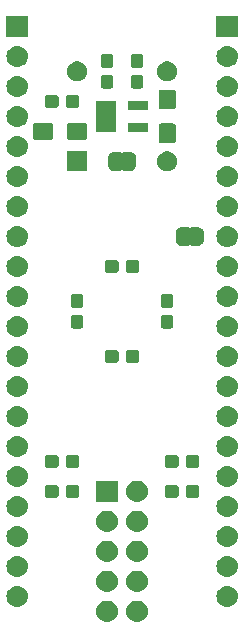
<source format=gbr>
G04 #@! TF.GenerationSoftware,KiCad,Pcbnew,(5.1.0)-1*
G04 #@! TF.CreationDate,2020-08-07T11:47:52-07:00*
G04 #@! TF.ProjectId,MAX7_Proto,4d415837-5f50-4726-9f74-6f2e6b696361,rev?*
G04 #@! TF.SameCoordinates,Original*
G04 #@! TF.FileFunction,Soldermask,Bot*
G04 #@! TF.FilePolarity,Negative*
%FSLAX46Y46*%
G04 Gerber Fmt 4.6, Leading zero omitted, Abs format (unit mm)*
G04 Created by KiCad (PCBNEW (5.1.0)-1) date 2020-08-07 11:47:52*
%MOMM*%
%LPD*%
G04 APERTURE LIST*
%ADD10C,0.100000*%
G04 APERTURE END LIST*
D10*
G36*
X138609294Y-126098633D02*
G01*
X138781695Y-126150931D01*
X138940583Y-126235858D01*
X139079849Y-126350151D01*
X139194142Y-126489417D01*
X139279069Y-126648305D01*
X139331367Y-126820706D01*
X139349025Y-127000000D01*
X139331367Y-127179294D01*
X139279069Y-127351695D01*
X139194142Y-127510583D01*
X139079849Y-127649849D01*
X138940583Y-127764142D01*
X138781695Y-127849069D01*
X138609294Y-127901367D01*
X138474931Y-127914600D01*
X138385069Y-127914600D01*
X138250706Y-127901367D01*
X138078305Y-127849069D01*
X137919417Y-127764142D01*
X137780151Y-127649849D01*
X137665858Y-127510583D01*
X137580931Y-127351695D01*
X137528633Y-127179294D01*
X137510975Y-127000000D01*
X137528633Y-126820706D01*
X137580931Y-126648305D01*
X137665858Y-126489417D01*
X137780151Y-126350151D01*
X137919417Y-126235858D01*
X138078305Y-126150931D01*
X138250706Y-126098633D01*
X138385069Y-126085400D01*
X138474931Y-126085400D01*
X138609294Y-126098633D01*
X138609294Y-126098633D01*
G37*
G36*
X136069294Y-126098633D02*
G01*
X136241695Y-126150931D01*
X136400583Y-126235858D01*
X136539849Y-126350151D01*
X136654142Y-126489417D01*
X136739069Y-126648305D01*
X136791367Y-126820706D01*
X136809025Y-127000000D01*
X136791367Y-127179294D01*
X136739069Y-127351695D01*
X136654142Y-127510583D01*
X136539849Y-127649849D01*
X136400583Y-127764142D01*
X136241695Y-127849069D01*
X136069294Y-127901367D01*
X135934931Y-127914600D01*
X135845069Y-127914600D01*
X135710706Y-127901367D01*
X135538305Y-127849069D01*
X135379417Y-127764142D01*
X135240151Y-127649849D01*
X135125858Y-127510583D01*
X135040931Y-127351695D01*
X134988633Y-127179294D01*
X134970975Y-127000000D01*
X134988633Y-126820706D01*
X135040931Y-126648305D01*
X135125858Y-126489417D01*
X135240151Y-126350151D01*
X135379417Y-126235858D01*
X135538305Y-126150931D01*
X135710706Y-126098633D01*
X135845069Y-126085400D01*
X135934931Y-126085400D01*
X136069294Y-126098633D01*
X136069294Y-126098633D01*
G37*
G36*
X128380443Y-124835519D02*
G01*
X128446627Y-124842037D01*
X128616466Y-124893557D01*
X128772991Y-124977222D01*
X128808729Y-125006552D01*
X128910186Y-125089814D01*
X128993448Y-125191271D01*
X129022778Y-125227009D01*
X129106443Y-125383534D01*
X129157963Y-125553373D01*
X129175359Y-125730000D01*
X129157963Y-125906627D01*
X129106443Y-126076466D01*
X129022778Y-126232991D01*
X129020425Y-126235858D01*
X128910186Y-126370186D01*
X128808729Y-126453448D01*
X128772991Y-126482778D01*
X128616466Y-126566443D01*
X128446627Y-126617963D01*
X128380442Y-126624482D01*
X128314260Y-126631000D01*
X128225740Y-126631000D01*
X128159558Y-126624482D01*
X128093373Y-126617963D01*
X127923534Y-126566443D01*
X127767009Y-126482778D01*
X127731271Y-126453448D01*
X127629814Y-126370186D01*
X127519575Y-126235858D01*
X127517222Y-126232991D01*
X127433557Y-126076466D01*
X127382037Y-125906627D01*
X127364641Y-125730000D01*
X127382037Y-125553373D01*
X127433557Y-125383534D01*
X127517222Y-125227009D01*
X127546552Y-125191271D01*
X127629814Y-125089814D01*
X127731271Y-125006552D01*
X127767009Y-124977222D01*
X127923534Y-124893557D01*
X128093373Y-124842037D01*
X128159557Y-124835519D01*
X128225740Y-124829000D01*
X128314260Y-124829000D01*
X128380443Y-124835519D01*
X128380443Y-124835519D01*
G37*
G36*
X146160443Y-124835519D02*
G01*
X146226627Y-124842037D01*
X146396466Y-124893557D01*
X146552991Y-124977222D01*
X146588729Y-125006552D01*
X146690186Y-125089814D01*
X146773448Y-125191271D01*
X146802778Y-125227009D01*
X146886443Y-125383534D01*
X146937963Y-125553373D01*
X146955359Y-125730000D01*
X146937963Y-125906627D01*
X146886443Y-126076466D01*
X146802778Y-126232991D01*
X146800425Y-126235858D01*
X146690186Y-126370186D01*
X146588729Y-126453448D01*
X146552991Y-126482778D01*
X146396466Y-126566443D01*
X146226627Y-126617963D01*
X146160442Y-126624482D01*
X146094260Y-126631000D01*
X146005740Y-126631000D01*
X145939558Y-126624482D01*
X145873373Y-126617963D01*
X145703534Y-126566443D01*
X145547009Y-126482778D01*
X145511271Y-126453448D01*
X145409814Y-126370186D01*
X145299575Y-126235858D01*
X145297222Y-126232991D01*
X145213557Y-126076466D01*
X145162037Y-125906627D01*
X145144641Y-125730000D01*
X145162037Y-125553373D01*
X145213557Y-125383534D01*
X145297222Y-125227009D01*
X145326552Y-125191271D01*
X145409814Y-125089814D01*
X145511271Y-125006552D01*
X145547009Y-124977222D01*
X145703534Y-124893557D01*
X145873373Y-124842037D01*
X145939557Y-124835519D01*
X146005740Y-124829000D01*
X146094260Y-124829000D01*
X146160443Y-124835519D01*
X146160443Y-124835519D01*
G37*
G36*
X138609294Y-123558633D02*
G01*
X138781695Y-123610931D01*
X138940583Y-123695858D01*
X139079849Y-123810151D01*
X139194142Y-123949417D01*
X139279069Y-124108305D01*
X139331367Y-124280706D01*
X139349025Y-124460000D01*
X139331367Y-124639294D01*
X139279069Y-124811695D01*
X139194142Y-124970583D01*
X139079849Y-125109849D01*
X138940583Y-125224142D01*
X138781695Y-125309069D01*
X138609294Y-125361367D01*
X138474931Y-125374600D01*
X138385069Y-125374600D01*
X138250706Y-125361367D01*
X138078305Y-125309069D01*
X137919417Y-125224142D01*
X137780151Y-125109849D01*
X137665858Y-124970583D01*
X137580931Y-124811695D01*
X137528633Y-124639294D01*
X137510975Y-124460000D01*
X137528633Y-124280706D01*
X137580931Y-124108305D01*
X137665858Y-123949417D01*
X137780151Y-123810151D01*
X137919417Y-123695858D01*
X138078305Y-123610931D01*
X138250706Y-123558633D01*
X138385069Y-123545400D01*
X138474931Y-123545400D01*
X138609294Y-123558633D01*
X138609294Y-123558633D01*
G37*
G36*
X136069294Y-123558633D02*
G01*
X136241695Y-123610931D01*
X136400583Y-123695858D01*
X136539849Y-123810151D01*
X136654142Y-123949417D01*
X136739069Y-124108305D01*
X136791367Y-124280706D01*
X136809025Y-124460000D01*
X136791367Y-124639294D01*
X136739069Y-124811695D01*
X136654142Y-124970583D01*
X136539849Y-125109849D01*
X136400583Y-125224142D01*
X136241695Y-125309069D01*
X136069294Y-125361367D01*
X135934931Y-125374600D01*
X135845069Y-125374600D01*
X135710706Y-125361367D01*
X135538305Y-125309069D01*
X135379417Y-125224142D01*
X135240151Y-125109849D01*
X135125858Y-124970583D01*
X135040931Y-124811695D01*
X134988633Y-124639294D01*
X134970975Y-124460000D01*
X134988633Y-124280706D01*
X135040931Y-124108305D01*
X135125858Y-123949417D01*
X135240151Y-123810151D01*
X135379417Y-123695858D01*
X135538305Y-123610931D01*
X135710706Y-123558633D01*
X135845069Y-123545400D01*
X135934931Y-123545400D01*
X136069294Y-123558633D01*
X136069294Y-123558633D01*
G37*
G36*
X146160443Y-122295519D02*
G01*
X146226627Y-122302037D01*
X146396466Y-122353557D01*
X146552991Y-122437222D01*
X146588729Y-122466552D01*
X146690186Y-122549814D01*
X146773448Y-122651271D01*
X146802778Y-122687009D01*
X146886443Y-122843534D01*
X146937963Y-123013373D01*
X146955359Y-123190000D01*
X146937963Y-123366627D01*
X146886443Y-123536466D01*
X146802778Y-123692991D01*
X146800425Y-123695858D01*
X146690186Y-123830186D01*
X146588729Y-123913448D01*
X146552991Y-123942778D01*
X146396466Y-124026443D01*
X146226627Y-124077963D01*
X146160442Y-124084482D01*
X146094260Y-124091000D01*
X146005740Y-124091000D01*
X145939558Y-124084482D01*
X145873373Y-124077963D01*
X145703534Y-124026443D01*
X145547009Y-123942778D01*
X145511271Y-123913448D01*
X145409814Y-123830186D01*
X145299575Y-123695858D01*
X145297222Y-123692991D01*
X145213557Y-123536466D01*
X145162037Y-123366627D01*
X145144641Y-123190000D01*
X145162037Y-123013373D01*
X145213557Y-122843534D01*
X145297222Y-122687009D01*
X145326552Y-122651271D01*
X145409814Y-122549814D01*
X145511271Y-122466552D01*
X145547009Y-122437222D01*
X145703534Y-122353557D01*
X145873373Y-122302037D01*
X145939557Y-122295519D01*
X146005740Y-122289000D01*
X146094260Y-122289000D01*
X146160443Y-122295519D01*
X146160443Y-122295519D01*
G37*
G36*
X128380443Y-122295519D02*
G01*
X128446627Y-122302037D01*
X128616466Y-122353557D01*
X128772991Y-122437222D01*
X128808729Y-122466552D01*
X128910186Y-122549814D01*
X128993448Y-122651271D01*
X129022778Y-122687009D01*
X129106443Y-122843534D01*
X129157963Y-123013373D01*
X129175359Y-123190000D01*
X129157963Y-123366627D01*
X129106443Y-123536466D01*
X129022778Y-123692991D01*
X129020425Y-123695858D01*
X128910186Y-123830186D01*
X128808729Y-123913448D01*
X128772991Y-123942778D01*
X128616466Y-124026443D01*
X128446627Y-124077963D01*
X128380442Y-124084482D01*
X128314260Y-124091000D01*
X128225740Y-124091000D01*
X128159558Y-124084482D01*
X128093373Y-124077963D01*
X127923534Y-124026443D01*
X127767009Y-123942778D01*
X127731271Y-123913448D01*
X127629814Y-123830186D01*
X127519575Y-123695858D01*
X127517222Y-123692991D01*
X127433557Y-123536466D01*
X127382037Y-123366627D01*
X127364641Y-123190000D01*
X127382037Y-123013373D01*
X127433557Y-122843534D01*
X127517222Y-122687009D01*
X127546552Y-122651271D01*
X127629814Y-122549814D01*
X127731271Y-122466552D01*
X127767009Y-122437222D01*
X127923534Y-122353557D01*
X128093373Y-122302037D01*
X128159557Y-122295519D01*
X128225740Y-122289000D01*
X128314260Y-122289000D01*
X128380443Y-122295519D01*
X128380443Y-122295519D01*
G37*
G36*
X138609294Y-121018633D02*
G01*
X138781695Y-121070931D01*
X138940583Y-121155858D01*
X139079849Y-121270151D01*
X139194142Y-121409417D01*
X139279069Y-121568305D01*
X139331367Y-121740706D01*
X139349025Y-121920000D01*
X139331367Y-122099294D01*
X139279069Y-122271695D01*
X139194142Y-122430583D01*
X139079849Y-122569849D01*
X138940583Y-122684142D01*
X138781695Y-122769069D01*
X138609294Y-122821367D01*
X138474931Y-122834600D01*
X138385069Y-122834600D01*
X138250706Y-122821367D01*
X138078305Y-122769069D01*
X137919417Y-122684142D01*
X137780151Y-122569849D01*
X137665858Y-122430583D01*
X137580931Y-122271695D01*
X137528633Y-122099294D01*
X137510975Y-121920000D01*
X137528633Y-121740706D01*
X137580931Y-121568305D01*
X137665858Y-121409417D01*
X137780151Y-121270151D01*
X137919417Y-121155858D01*
X138078305Y-121070931D01*
X138250706Y-121018633D01*
X138385069Y-121005400D01*
X138474931Y-121005400D01*
X138609294Y-121018633D01*
X138609294Y-121018633D01*
G37*
G36*
X136069294Y-121018633D02*
G01*
X136241695Y-121070931D01*
X136400583Y-121155858D01*
X136539849Y-121270151D01*
X136654142Y-121409417D01*
X136739069Y-121568305D01*
X136791367Y-121740706D01*
X136809025Y-121920000D01*
X136791367Y-122099294D01*
X136739069Y-122271695D01*
X136654142Y-122430583D01*
X136539849Y-122569849D01*
X136400583Y-122684142D01*
X136241695Y-122769069D01*
X136069294Y-122821367D01*
X135934931Y-122834600D01*
X135845069Y-122834600D01*
X135710706Y-122821367D01*
X135538305Y-122769069D01*
X135379417Y-122684142D01*
X135240151Y-122569849D01*
X135125858Y-122430583D01*
X135040931Y-122271695D01*
X134988633Y-122099294D01*
X134970975Y-121920000D01*
X134988633Y-121740706D01*
X135040931Y-121568305D01*
X135125858Y-121409417D01*
X135240151Y-121270151D01*
X135379417Y-121155858D01*
X135538305Y-121070931D01*
X135710706Y-121018633D01*
X135845069Y-121005400D01*
X135934931Y-121005400D01*
X136069294Y-121018633D01*
X136069294Y-121018633D01*
G37*
G36*
X128380442Y-119755518D02*
G01*
X128446627Y-119762037D01*
X128616466Y-119813557D01*
X128772991Y-119897222D01*
X128808729Y-119926552D01*
X128910186Y-120009814D01*
X128993448Y-120111271D01*
X129022778Y-120147009D01*
X129106443Y-120303534D01*
X129157963Y-120473373D01*
X129175359Y-120650000D01*
X129157963Y-120826627D01*
X129106443Y-120996466D01*
X129022778Y-121152991D01*
X129020425Y-121155858D01*
X128910186Y-121290186D01*
X128808729Y-121373448D01*
X128772991Y-121402778D01*
X128616466Y-121486443D01*
X128446627Y-121537963D01*
X128380443Y-121544481D01*
X128314260Y-121551000D01*
X128225740Y-121551000D01*
X128159557Y-121544481D01*
X128093373Y-121537963D01*
X127923534Y-121486443D01*
X127767009Y-121402778D01*
X127731271Y-121373448D01*
X127629814Y-121290186D01*
X127519575Y-121155858D01*
X127517222Y-121152991D01*
X127433557Y-120996466D01*
X127382037Y-120826627D01*
X127364641Y-120650000D01*
X127382037Y-120473373D01*
X127433557Y-120303534D01*
X127517222Y-120147009D01*
X127546552Y-120111271D01*
X127629814Y-120009814D01*
X127731271Y-119926552D01*
X127767009Y-119897222D01*
X127923534Y-119813557D01*
X128093373Y-119762037D01*
X128159558Y-119755518D01*
X128225740Y-119749000D01*
X128314260Y-119749000D01*
X128380442Y-119755518D01*
X128380442Y-119755518D01*
G37*
G36*
X146160442Y-119755518D02*
G01*
X146226627Y-119762037D01*
X146396466Y-119813557D01*
X146552991Y-119897222D01*
X146588729Y-119926552D01*
X146690186Y-120009814D01*
X146773448Y-120111271D01*
X146802778Y-120147009D01*
X146886443Y-120303534D01*
X146937963Y-120473373D01*
X146955359Y-120650000D01*
X146937963Y-120826627D01*
X146886443Y-120996466D01*
X146802778Y-121152991D01*
X146800425Y-121155858D01*
X146690186Y-121290186D01*
X146588729Y-121373448D01*
X146552991Y-121402778D01*
X146396466Y-121486443D01*
X146226627Y-121537963D01*
X146160443Y-121544481D01*
X146094260Y-121551000D01*
X146005740Y-121551000D01*
X145939557Y-121544481D01*
X145873373Y-121537963D01*
X145703534Y-121486443D01*
X145547009Y-121402778D01*
X145511271Y-121373448D01*
X145409814Y-121290186D01*
X145299575Y-121155858D01*
X145297222Y-121152991D01*
X145213557Y-120996466D01*
X145162037Y-120826627D01*
X145144641Y-120650000D01*
X145162037Y-120473373D01*
X145213557Y-120303534D01*
X145297222Y-120147009D01*
X145326552Y-120111271D01*
X145409814Y-120009814D01*
X145511271Y-119926552D01*
X145547009Y-119897222D01*
X145703534Y-119813557D01*
X145873373Y-119762037D01*
X145939558Y-119755518D01*
X146005740Y-119749000D01*
X146094260Y-119749000D01*
X146160442Y-119755518D01*
X146160442Y-119755518D01*
G37*
G36*
X136069294Y-118478633D02*
G01*
X136241695Y-118530931D01*
X136400583Y-118615858D01*
X136539849Y-118730151D01*
X136654142Y-118869417D01*
X136739069Y-119028305D01*
X136791367Y-119200706D01*
X136809025Y-119380000D01*
X136791367Y-119559294D01*
X136739069Y-119731695D01*
X136654142Y-119890583D01*
X136539849Y-120029849D01*
X136400583Y-120144142D01*
X136241695Y-120229069D01*
X136069294Y-120281367D01*
X135934931Y-120294600D01*
X135845069Y-120294600D01*
X135710706Y-120281367D01*
X135538305Y-120229069D01*
X135379417Y-120144142D01*
X135240151Y-120029849D01*
X135125858Y-119890583D01*
X135040931Y-119731695D01*
X134988633Y-119559294D01*
X134970975Y-119380000D01*
X134988633Y-119200706D01*
X135040931Y-119028305D01*
X135125858Y-118869417D01*
X135240151Y-118730151D01*
X135379417Y-118615858D01*
X135538305Y-118530931D01*
X135710706Y-118478633D01*
X135845069Y-118465400D01*
X135934931Y-118465400D01*
X136069294Y-118478633D01*
X136069294Y-118478633D01*
G37*
G36*
X138609294Y-118478633D02*
G01*
X138781695Y-118530931D01*
X138940583Y-118615858D01*
X139079849Y-118730151D01*
X139194142Y-118869417D01*
X139279069Y-119028305D01*
X139331367Y-119200706D01*
X139349025Y-119380000D01*
X139331367Y-119559294D01*
X139279069Y-119731695D01*
X139194142Y-119890583D01*
X139079849Y-120029849D01*
X138940583Y-120144142D01*
X138781695Y-120229069D01*
X138609294Y-120281367D01*
X138474931Y-120294600D01*
X138385069Y-120294600D01*
X138250706Y-120281367D01*
X138078305Y-120229069D01*
X137919417Y-120144142D01*
X137780151Y-120029849D01*
X137665858Y-119890583D01*
X137580931Y-119731695D01*
X137528633Y-119559294D01*
X137510975Y-119380000D01*
X137528633Y-119200706D01*
X137580931Y-119028305D01*
X137665858Y-118869417D01*
X137780151Y-118730151D01*
X137919417Y-118615858D01*
X138078305Y-118530931D01*
X138250706Y-118478633D01*
X138385069Y-118465400D01*
X138474931Y-118465400D01*
X138609294Y-118478633D01*
X138609294Y-118478633D01*
G37*
G36*
X146160443Y-117215519D02*
G01*
X146226627Y-117222037D01*
X146396466Y-117273557D01*
X146552991Y-117357222D01*
X146588729Y-117386552D01*
X146690186Y-117469814D01*
X146773448Y-117571271D01*
X146802778Y-117607009D01*
X146886443Y-117763534D01*
X146937963Y-117933373D01*
X146955359Y-118110000D01*
X146937963Y-118286627D01*
X146886443Y-118456466D01*
X146802778Y-118612991D01*
X146800425Y-118615858D01*
X146690186Y-118750186D01*
X146588729Y-118833448D01*
X146552991Y-118862778D01*
X146396466Y-118946443D01*
X146226627Y-118997963D01*
X146160443Y-119004481D01*
X146094260Y-119011000D01*
X146005740Y-119011000D01*
X145939557Y-119004481D01*
X145873373Y-118997963D01*
X145703534Y-118946443D01*
X145547009Y-118862778D01*
X145511271Y-118833448D01*
X145409814Y-118750186D01*
X145299575Y-118615858D01*
X145297222Y-118612991D01*
X145213557Y-118456466D01*
X145162037Y-118286627D01*
X145144641Y-118110000D01*
X145162037Y-117933373D01*
X145213557Y-117763534D01*
X145297222Y-117607009D01*
X145326552Y-117571271D01*
X145409814Y-117469814D01*
X145511271Y-117386552D01*
X145547009Y-117357222D01*
X145703534Y-117273557D01*
X145873373Y-117222037D01*
X145939557Y-117215519D01*
X146005740Y-117209000D01*
X146094260Y-117209000D01*
X146160443Y-117215519D01*
X146160443Y-117215519D01*
G37*
G36*
X128380443Y-117215519D02*
G01*
X128446627Y-117222037D01*
X128616466Y-117273557D01*
X128772991Y-117357222D01*
X128808729Y-117386552D01*
X128910186Y-117469814D01*
X128993448Y-117571271D01*
X129022778Y-117607009D01*
X129106443Y-117763534D01*
X129157963Y-117933373D01*
X129175359Y-118110000D01*
X129157963Y-118286627D01*
X129106443Y-118456466D01*
X129022778Y-118612991D01*
X129020425Y-118615858D01*
X128910186Y-118750186D01*
X128808729Y-118833448D01*
X128772991Y-118862778D01*
X128616466Y-118946443D01*
X128446627Y-118997963D01*
X128380443Y-119004481D01*
X128314260Y-119011000D01*
X128225740Y-119011000D01*
X128159557Y-119004481D01*
X128093373Y-118997963D01*
X127923534Y-118946443D01*
X127767009Y-118862778D01*
X127731271Y-118833448D01*
X127629814Y-118750186D01*
X127519575Y-118615858D01*
X127517222Y-118612991D01*
X127433557Y-118456466D01*
X127382037Y-118286627D01*
X127364641Y-118110000D01*
X127382037Y-117933373D01*
X127433557Y-117763534D01*
X127517222Y-117607009D01*
X127546552Y-117571271D01*
X127629814Y-117469814D01*
X127731271Y-117386552D01*
X127767009Y-117357222D01*
X127923534Y-117273557D01*
X128093373Y-117222037D01*
X128159557Y-117215519D01*
X128225740Y-117209000D01*
X128314260Y-117209000D01*
X128380443Y-117215519D01*
X128380443Y-117215519D01*
G37*
G36*
X138609294Y-115938633D02*
G01*
X138781695Y-115990931D01*
X138940583Y-116075858D01*
X139079849Y-116190151D01*
X139194142Y-116329417D01*
X139279069Y-116488305D01*
X139331367Y-116660706D01*
X139349025Y-116840000D01*
X139331367Y-117019294D01*
X139279069Y-117191695D01*
X139194142Y-117350583D01*
X139079849Y-117489849D01*
X138940583Y-117604142D01*
X138781695Y-117689069D01*
X138609294Y-117741367D01*
X138474931Y-117754600D01*
X138385069Y-117754600D01*
X138250706Y-117741367D01*
X138078305Y-117689069D01*
X137919417Y-117604142D01*
X137780151Y-117489849D01*
X137665858Y-117350583D01*
X137580931Y-117191695D01*
X137528633Y-117019294D01*
X137510975Y-116840000D01*
X137528633Y-116660706D01*
X137580931Y-116488305D01*
X137665858Y-116329417D01*
X137780151Y-116190151D01*
X137919417Y-116075858D01*
X138078305Y-115990931D01*
X138250706Y-115938633D01*
X138385069Y-115925400D01*
X138474931Y-115925400D01*
X138609294Y-115938633D01*
X138609294Y-115938633D01*
G37*
G36*
X136804600Y-117754600D02*
G01*
X134975400Y-117754600D01*
X134975400Y-115925400D01*
X136804600Y-115925400D01*
X136804600Y-117754600D01*
X136804600Y-117754600D01*
G37*
G36*
X143529499Y-116318445D02*
G01*
X143566995Y-116329820D01*
X143601554Y-116348292D01*
X143631847Y-116373153D01*
X143656708Y-116403446D01*
X143675180Y-116438005D01*
X143686555Y-116475501D01*
X143691000Y-116520638D01*
X143691000Y-117159362D01*
X143686555Y-117204499D01*
X143675180Y-117241995D01*
X143656708Y-117276554D01*
X143631847Y-117306847D01*
X143601554Y-117331708D01*
X143566995Y-117350180D01*
X143529499Y-117361555D01*
X143484362Y-117366000D01*
X142745638Y-117366000D01*
X142700501Y-117361555D01*
X142663005Y-117350180D01*
X142628446Y-117331708D01*
X142598153Y-117306847D01*
X142573292Y-117276554D01*
X142554820Y-117241995D01*
X142543445Y-117204499D01*
X142539000Y-117159362D01*
X142539000Y-116520638D01*
X142543445Y-116475501D01*
X142554820Y-116438005D01*
X142573292Y-116403446D01*
X142598153Y-116373153D01*
X142628446Y-116348292D01*
X142663005Y-116329820D01*
X142700501Y-116318445D01*
X142745638Y-116314000D01*
X143484362Y-116314000D01*
X143529499Y-116318445D01*
X143529499Y-116318445D01*
G37*
G36*
X141779499Y-116318445D02*
G01*
X141816995Y-116329820D01*
X141851554Y-116348292D01*
X141881847Y-116373153D01*
X141906708Y-116403446D01*
X141925180Y-116438005D01*
X141936555Y-116475501D01*
X141941000Y-116520638D01*
X141941000Y-117159362D01*
X141936555Y-117204499D01*
X141925180Y-117241995D01*
X141906708Y-117276554D01*
X141881847Y-117306847D01*
X141851554Y-117331708D01*
X141816995Y-117350180D01*
X141779499Y-117361555D01*
X141734362Y-117366000D01*
X140995638Y-117366000D01*
X140950501Y-117361555D01*
X140913005Y-117350180D01*
X140878446Y-117331708D01*
X140848153Y-117306847D01*
X140823292Y-117276554D01*
X140804820Y-117241995D01*
X140793445Y-117204499D01*
X140789000Y-117159362D01*
X140789000Y-116520638D01*
X140793445Y-116475501D01*
X140804820Y-116438005D01*
X140823292Y-116403446D01*
X140848153Y-116373153D01*
X140878446Y-116348292D01*
X140913005Y-116329820D01*
X140950501Y-116318445D01*
X140995638Y-116314000D01*
X141734362Y-116314000D01*
X141779499Y-116318445D01*
X141779499Y-116318445D01*
G37*
G36*
X133369499Y-116318445D02*
G01*
X133406995Y-116329820D01*
X133441554Y-116348292D01*
X133471847Y-116373153D01*
X133496708Y-116403446D01*
X133515180Y-116438005D01*
X133526555Y-116475501D01*
X133531000Y-116520638D01*
X133531000Y-117159362D01*
X133526555Y-117204499D01*
X133515180Y-117241995D01*
X133496708Y-117276554D01*
X133471847Y-117306847D01*
X133441554Y-117331708D01*
X133406995Y-117350180D01*
X133369499Y-117361555D01*
X133324362Y-117366000D01*
X132585638Y-117366000D01*
X132540501Y-117361555D01*
X132503005Y-117350180D01*
X132468446Y-117331708D01*
X132438153Y-117306847D01*
X132413292Y-117276554D01*
X132394820Y-117241995D01*
X132383445Y-117204499D01*
X132379000Y-117159362D01*
X132379000Y-116520638D01*
X132383445Y-116475501D01*
X132394820Y-116438005D01*
X132413292Y-116403446D01*
X132438153Y-116373153D01*
X132468446Y-116348292D01*
X132503005Y-116329820D01*
X132540501Y-116318445D01*
X132585638Y-116314000D01*
X133324362Y-116314000D01*
X133369499Y-116318445D01*
X133369499Y-116318445D01*
G37*
G36*
X131619499Y-116318445D02*
G01*
X131656995Y-116329820D01*
X131691554Y-116348292D01*
X131721847Y-116373153D01*
X131746708Y-116403446D01*
X131765180Y-116438005D01*
X131776555Y-116475501D01*
X131781000Y-116520638D01*
X131781000Y-117159362D01*
X131776555Y-117204499D01*
X131765180Y-117241995D01*
X131746708Y-117276554D01*
X131721847Y-117306847D01*
X131691554Y-117331708D01*
X131656995Y-117350180D01*
X131619499Y-117361555D01*
X131574362Y-117366000D01*
X130835638Y-117366000D01*
X130790501Y-117361555D01*
X130753005Y-117350180D01*
X130718446Y-117331708D01*
X130688153Y-117306847D01*
X130663292Y-117276554D01*
X130644820Y-117241995D01*
X130633445Y-117204499D01*
X130629000Y-117159362D01*
X130629000Y-116520638D01*
X130633445Y-116475501D01*
X130644820Y-116438005D01*
X130663292Y-116403446D01*
X130688153Y-116373153D01*
X130718446Y-116348292D01*
X130753005Y-116329820D01*
X130790501Y-116318445D01*
X130835638Y-116314000D01*
X131574362Y-116314000D01*
X131619499Y-116318445D01*
X131619499Y-116318445D01*
G37*
G36*
X128380443Y-114675519D02*
G01*
X128446627Y-114682037D01*
X128616466Y-114733557D01*
X128772991Y-114817222D01*
X128808729Y-114846552D01*
X128910186Y-114929814D01*
X128993448Y-115031271D01*
X129022778Y-115067009D01*
X129106443Y-115223534D01*
X129157963Y-115393373D01*
X129175359Y-115570000D01*
X129157963Y-115746627D01*
X129106443Y-115916466D01*
X129022778Y-116072991D01*
X129020425Y-116075858D01*
X128910186Y-116210186D01*
X128808729Y-116293448D01*
X128772991Y-116322778D01*
X128616466Y-116406443D01*
X128446627Y-116457963D01*
X128380442Y-116464482D01*
X128314260Y-116471000D01*
X128225740Y-116471000D01*
X128159558Y-116464482D01*
X128093373Y-116457963D01*
X127923534Y-116406443D01*
X127767009Y-116322778D01*
X127731271Y-116293448D01*
X127629814Y-116210186D01*
X127519575Y-116075858D01*
X127517222Y-116072991D01*
X127433557Y-115916466D01*
X127382037Y-115746627D01*
X127364641Y-115570000D01*
X127382037Y-115393373D01*
X127433557Y-115223534D01*
X127517222Y-115067009D01*
X127546552Y-115031271D01*
X127629814Y-114929814D01*
X127731271Y-114846552D01*
X127767009Y-114817222D01*
X127923534Y-114733557D01*
X128093373Y-114682037D01*
X128159557Y-114675519D01*
X128225740Y-114669000D01*
X128314260Y-114669000D01*
X128380443Y-114675519D01*
X128380443Y-114675519D01*
G37*
G36*
X146160443Y-114675519D02*
G01*
X146226627Y-114682037D01*
X146396466Y-114733557D01*
X146552991Y-114817222D01*
X146588729Y-114846552D01*
X146690186Y-114929814D01*
X146773448Y-115031271D01*
X146802778Y-115067009D01*
X146886443Y-115223534D01*
X146937963Y-115393373D01*
X146955359Y-115570000D01*
X146937963Y-115746627D01*
X146886443Y-115916466D01*
X146802778Y-116072991D01*
X146800425Y-116075858D01*
X146690186Y-116210186D01*
X146588729Y-116293448D01*
X146552991Y-116322778D01*
X146396466Y-116406443D01*
X146226627Y-116457963D01*
X146160442Y-116464482D01*
X146094260Y-116471000D01*
X146005740Y-116471000D01*
X145939558Y-116464482D01*
X145873373Y-116457963D01*
X145703534Y-116406443D01*
X145547009Y-116322778D01*
X145511271Y-116293448D01*
X145409814Y-116210186D01*
X145299575Y-116075858D01*
X145297222Y-116072991D01*
X145213557Y-115916466D01*
X145162037Y-115746627D01*
X145144641Y-115570000D01*
X145162037Y-115393373D01*
X145213557Y-115223534D01*
X145297222Y-115067009D01*
X145326552Y-115031271D01*
X145409814Y-114929814D01*
X145511271Y-114846552D01*
X145547009Y-114817222D01*
X145703534Y-114733557D01*
X145873373Y-114682037D01*
X145939557Y-114675519D01*
X146005740Y-114669000D01*
X146094260Y-114669000D01*
X146160443Y-114675519D01*
X146160443Y-114675519D01*
G37*
G36*
X141779499Y-113778445D02*
G01*
X141816995Y-113789820D01*
X141851554Y-113808292D01*
X141881847Y-113833153D01*
X141906708Y-113863446D01*
X141925180Y-113898005D01*
X141936555Y-113935501D01*
X141941000Y-113980638D01*
X141941000Y-114619362D01*
X141936555Y-114664499D01*
X141925180Y-114701995D01*
X141906708Y-114736554D01*
X141881847Y-114766847D01*
X141851554Y-114791708D01*
X141816995Y-114810180D01*
X141779499Y-114821555D01*
X141734362Y-114826000D01*
X140995638Y-114826000D01*
X140950501Y-114821555D01*
X140913005Y-114810180D01*
X140878446Y-114791708D01*
X140848153Y-114766847D01*
X140823292Y-114736554D01*
X140804820Y-114701995D01*
X140793445Y-114664499D01*
X140789000Y-114619362D01*
X140789000Y-113980638D01*
X140793445Y-113935501D01*
X140804820Y-113898005D01*
X140823292Y-113863446D01*
X140848153Y-113833153D01*
X140878446Y-113808292D01*
X140913005Y-113789820D01*
X140950501Y-113778445D01*
X140995638Y-113774000D01*
X141734362Y-113774000D01*
X141779499Y-113778445D01*
X141779499Y-113778445D01*
G37*
G36*
X133369499Y-113778445D02*
G01*
X133406995Y-113789820D01*
X133441554Y-113808292D01*
X133471847Y-113833153D01*
X133496708Y-113863446D01*
X133515180Y-113898005D01*
X133526555Y-113935501D01*
X133531000Y-113980638D01*
X133531000Y-114619362D01*
X133526555Y-114664499D01*
X133515180Y-114701995D01*
X133496708Y-114736554D01*
X133471847Y-114766847D01*
X133441554Y-114791708D01*
X133406995Y-114810180D01*
X133369499Y-114821555D01*
X133324362Y-114826000D01*
X132585638Y-114826000D01*
X132540501Y-114821555D01*
X132503005Y-114810180D01*
X132468446Y-114791708D01*
X132438153Y-114766847D01*
X132413292Y-114736554D01*
X132394820Y-114701995D01*
X132383445Y-114664499D01*
X132379000Y-114619362D01*
X132379000Y-113980638D01*
X132383445Y-113935501D01*
X132394820Y-113898005D01*
X132413292Y-113863446D01*
X132438153Y-113833153D01*
X132468446Y-113808292D01*
X132503005Y-113789820D01*
X132540501Y-113778445D01*
X132585638Y-113774000D01*
X133324362Y-113774000D01*
X133369499Y-113778445D01*
X133369499Y-113778445D01*
G37*
G36*
X131619499Y-113778445D02*
G01*
X131656995Y-113789820D01*
X131691554Y-113808292D01*
X131721847Y-113833153D01*
X131746708Y-113863446D01*
X131765180Y-113898005D01*
X131776555Y-113935501D01*
X131781000Y-113980638D01*
X131781000Y-114619362D01*
X131776555Y-114664499D01*
X131765180Y-114701995D01*
X131746708Y-114736554D01*
X131721847Y-114766847D01*
X131691554Y-114791708D01*
X131656995Y-114810180D01*
X131619499Y-114821555D01*
X131574362Y-114826000D01*
X130835638Y-114826000D01*
X130790501Y-114821555D01*
X130753005Y-114810180D01*
X130718446Y-114791708D01*
X130688153Y-114766847D01*
X130663292Y-114736554D01*
X130644820Y-114701995D01*
X130633445Y-114664499D01*
X130629000Y-114619362D01*
X130629000Y-113980638D01*
X130633445Y-113935501D01*
X130644820Y-113898005D01*
X130663292Y-113863446D01*
X130688153Y-113833153D01*
X130718446Y-113808292D01*
X130753005Y-113789820D01*
X130790501Y-113778445D01*
X130835638Y-113774000D01*
X131574362Y-113774000D01*
X131619499Y-113778445D01*
X131619499Y-113778445D01*
G37*
G36*
X143529499Y-113778445D02*
G01*
X143566995Y-113789820D01*
X143601554Y-113808292D01*
X143631847Y-113833153D01*
X143656708Y-113863446D01*
X143675180Y-113898005D01*
X143686555Y-113935501D01*
X143691000Y-113980638D01*
X143691000Y-114619362D01*
X143686555Y-114664499D01*
X143675180Y-114701995D01*
X143656708Y-114736554D01*
X143631847Y-114766847D01*
X143601554Y-114791708D01*
X143566995Y-114810180D01*
X143529499Y-114821555D01*
X143484362Y-114826000D01*
X142745638Y-114826000D01*
X142700501Y-114821555D01*
X142663005Y-114810180D01*
X142628446Y-114791708D01*
X142598153Y-114766847D01*
X142573292Y-114736554D01*
X142554820Y-114701995D01*
X142543445Y-114664499D01*
X142539000Y-114619362D01*
X142539000Y-113980638D01*
X142543445Y-113935501D01*
X142554820Y-113898005D01*
X142573292Y-113863446D01*
X142598153Y-113833153D01*
X142628446Y-113808292D01*
X142663005Y-113789820D01*
X142700501Y-113778445D01*
X142745638Y-113774000D01*
X143484362Y-113774000D01*
X143529499Y-113778445D01*
X143529499Y-113778445D01*
G37*
G36*
X146160443Y-112135519D02*
G01*
X146226627Y-112142037D01*
X146396466Y-112193557D01*
X146552991Y-112277222D01*
X146588729Y-112306552D01*
X146690186Y-112389814D01*
X146773448Y-112491271D01*
X146802778Y-112527009D01*
X146886443Y-112683534D01*
X146937963Y-112853373D01*
X146955359Y-113030000D01*
X146937963Y-113206627D01*
X146886443Y-113376466D01*
X146802778Y-113532991D01*
X146773448Y-113568729D01*
X146690186Y-113670186D01*
X146588729Y-113753448D01*
X146552991Y-113782778D01*
X146396466Y-113866443D01*
X146226627Y-113917963D01*
X146160443Y-113924481D01*
X146094260Y-113931000D01*
X146005740Y-113931000D01*
X145939557Y-113924481D01*
X145873373Y-113917963D01*
X145703534Y-113866443D01*
X145547009Y-113782778D01*
X145511271Y-113753448D01*
X145409814Y-113670186D01*
X145326552Y-113568729D01*
X145297222Y-113532991D01*
X145213557Y-113376466D01*
X145162037Y-113206627D01*
X145144641Y-113030000D01*
X145162037Y-112853373D01*
X145213557Y-112683534D01*
X145297222Y-112527009D01*
X145326552Y-112491271D01*
X145409814Y-112389814D01*
X145511271Y-112306552D01*
X145547009Y-112277222D01*
X145703534Y-112193557D01*
X145873373Y-112142037D01*
X145939557Y-112135519D01*
X146005740Y-112129000D01*
X146094260Y-112129000D01*
X146160443Y-112135519D01*
X146160443Y-112135519D01*
G37*
G36*
X128380443Y-112135519D02*
G01*
X128446627Y-112142037D01*
X128616466Y-112193557D01*
X128772991Y-112277222D01*
X128808729Y-112306552D01*
X128910186Y-112389814D01*
X128993448Y-112491271D01*
X129022778Y-112527009D01*
X129106443Y-112683534D01*
X129157963Y-112853373D01*
X129175359Y-113030000D01*
X129157963Y-113206627D01*
X129106443Y-113376466D01*
X129022778Y-113532991D01*
X128993448Y-113568729D01*
X128910186Y-113670186D01*
X128808729Y-113753448D01*
X128772991Y-113782778D01*
X128616466Y-113866443D01*
X128446627Y-113917963D01*
X128380443Y-113924481D01*
X128314260Y-113931000D01*
X128225740Y-113931000D01*
X128159557Y-113924481D01*
X128093373Y-113917963D01*
X127923534Y-113866443D01*
X127767009Y-113782778D01*
X127731271Y-113753448D01*
X127629814Y-113670186D01*
X127546552Y-113568729D01*
X127517222Y-113532991D01*
X127433557Y-113376466D01*
X127382037Y-113206627D01*
X127364641Y-113030000D01*
X127382037Y-112853373D01*
X127433557Y-112683534D01*
X127517222Y-112527009D01*
X127546552Y-112491271D01*
X127629814Y-112389814D01*
X127731271Y-112306552D01*
X127767009Y-112277222D01*
X127923534Y-112193557D01*
X128093373Y-112142037D01*
X128159557Y-112135519D01*
X128225740Y-112129000D01*
X128314260Y-112129000D01*
X128380443Y-112135519D01*
X128380443Y-112135519D01*
G37*
G36*
X128380442Y-109595518D02*
G01*
X128446627Y-109602037D01*
X128616466Y-109653557D01*
X128772991Y-109737222D01*
X128808729Y-109766552D01*
X128910186Y-109849814D01*
X128993448Y-109951271D01*
X129022778Y-109987009D01*
X129106443Y-110143534D01*
X129157963Y-110313373D01*
X129175359Y-110490000D01*
X129157963Y-110666627D01*
X129106443Y-110836466D01*
X129022778Y-110992991D01*
X128993448Y-111028729D01*
X128910186Y-111130186D01*
X128808729Y-111213448D01*
X128772991Y-111242778D01*
X128616466Y-111326443D01*
X128446627Y-111377963D01*
X128380443Y-111384481D01*
X128314260Y-111391000D01*
X128225740Y-111391000D01*
X128159557Y-111384481D01*
X128093373Y-111377963D01*
X127923534Y-111326443D01*
X127767009Y-111242778D01*
X127731271Y-111213448D01*
X127629814Y-111130186D01*
X127546552Y-111028729D01*
X127517222Y-110992991D01*
X127433557Y-110836466D01*
X127382037Y-110666627D01*
X127364641Y-110490000D01*
X127382037Y-110313373D01*
X127433557Y-110143534D01*
X127517222Y-109987009D01*
X127546552Y-109951271D01*
X127629814Y-109849814D01*
X127731271Y-109766552D01*
X127767009Y-109737222D01*
X127923534Y-109653557D01*
X128093373Y-109602037D01*
X128159558Y-109595518D01*
X128225740Y-109589000D01*
X128314260Y-109589000D01*
X128380442Y-109595518D01*
X128380442Y-109595518D01*
G37*
G36*
X146160442Y-109595518D02*
G01*
X146226627Y-109602037D01*
X146396466Y-109653557D01*
X146552991Y-109737222D01*
X146588729Y-109766552D01*
X146690186Y-109849814D01*
X146773448Y-109951271D01*
X146802778Y-109987009D01*
X146886443Y-110143534D01*
X146937963Y-110313373D01*
X146955359Y-110490000D01*
X146937963Y-110666627D01*
X146886443Y-110836466D01*
X146802778Y-110992991D01*
X146773448Y-111028729D01*
X146690186Y-111130186D01*
X146588729Y-111213448D01*
X146552991Y-111242778D01*
X146396466Y-111326443D01*
X146226627Y-111377963D01*
X146160443Y-111384481D01*
X146094260Y-111391000D01*
X146005740Y-111391000D01*
X145939557Y-111384481D01*
X145873373Y-111377963D01*
X145703534Y-111326443D01*
X145547009Y-111242778D01*
X145511271Y-111213448D01*
X145409814Y-111130186D01*
X145326552Y-111028729D01*
X145297222Y-110992991D01*
X145213557Y-110836466D01*
X145162037Y-110666627D01*
X145144641Y-110490000D01*
X145162037Y-110313373D01*
X145213557Y-110143534D01*
X145297222Y-109987009D01*
X145326552Y-109951271D01*
X145409814Y-109849814D01*
X145511271Y-109766552D01*
X145547009Y-109737222D01*
X145703534Y-109653557D01*
X145873373Y-109602037D01*
X145939558Y-109595518D01*
X146005740Y-109589000D01*
X146094260Y-109589000D01*
X146160442Y-109595518D01*
X146160442Y-109595518D01*
G37*
G36*
X146160442Y-107055518D02*
G01*
X146226627Y-107062037D01*
X146396466Y-107113557D01*
X146552991Y-107197222D01*
X146588729Y-107226552D01*
X146690186Y-107309814D01*
X146773448Y-107411271D01*
X146802778Y-107447009D01*
X146886443Y-107603534D01*
X146937963Y-107773373D01*
X146955359Y-107950000D01*
X146937963Y-108126627D01*
X146886443Y-108296466D01*
X146802778Y-108452991D01*
X146773448Y-108488729D01*
X146690186Y-108590186D01*
X146588729Y-108673448D01*
X146552991Y-108702778D01*
X146396466Y-108786443D01*
X146226627Y-108837963D01*
X146160442Y-108844482D01*
X146094260Y-108851000D01*
X146005740Y-108851000D01*
X145939558Y-108844482D01*
X145873373Y-108837963D01*
X145703534Y-108786443D01*
X145547009Y-108702778D01*
X145511271Y-108673448D01*
X145409814Y-108590186D01*
X145326552Y-108488729D01*
X145297222Y-108452991D01*
X145213557Y-108296466D01*
X145162037Y-108126627D01*
X145144641Y-107950000D01*
X145162037Y-107773373D01*
X145213557Y-107603534D01*
X145297222Y-107447009D01*
X145326552Y-107411271D01*
X145409814Y-107309814D01*
X145511271Y-107226552D01*
X145547009Y-107197222D01*
X145703534Y-107113557D01*
X145873373Y-107062037D01*
X145939558Y-107055518D01*
X146005740Y-107049000D01*
X146094260Y-107049000D01*
X146160442Y-107055518D01*
X146160442Y-107055518D01*
G37*
G36*
X128380442Y-107055518D02*
G01*
X128446627Y-107062037D01*
X128616466Y-107113557D01*
X128772991Y-107197222D01*
X128808729Y-107226552D01*
X128910186Y-107309814D01*
X128993448Y-107411271D01*
X129022778Y-107447009D01*
X129106443Y-107603534D01*
X129157963Y-107773373D01*
X129175359Y-107950000D01*
X129157963Y-108126627D01*
X129106443Y-108296466D01*
X129022778Y-108452991D01*
X128993448Y-108488729D01*
X128910186Y-108590186D01*
X128808729Y-108673448D01*
X128772991Y-108702778D01*
X128616466Y-108786443D01*
X128446627Y-108837963D01*
X128380442Y-108844482D01*
X128314260Y-108851000D01*
X128225740Y-108851000D01*
X128159558Y-108844482D01*
X128093373Y-108837963D01*
X127923534Y-108786443D01*
X127767009Y-108702778D01*
X127731271Y-108673448D01*
X127629814Y-108590186D01*
X127546552Y-108488729D01*
X127517222Y-108452991D01*
X127433557Y-108296466D01*
X127382037Y-108126627D01*
X127364641Y-107950000D01*
X127382037Y-107773373D01*
X127433557Y-107603534D01*
X127517222Y-107447009D01*
X127546552Y-107411271D01*
X127629814Y-107309814D01*
X127731271Y-107226552D01*
X127767009Y-107197222D01*
X127923534Y-107113557D01*
X128093373Y-107062037D01*
X128159558Y-107055518D01*
X128225740Y-107049000D01*
X128314260Y-107049000D01*
X128380442Y-107055518D01*
X128380442Y-107055518D01*
G37*
G36*
X146160443Y-104515519D02*
G01*
X146226627Y-104522037D01*
X146396466Y-104573557D01*
X146552991Y-104657222D01*
X146588729Y-104686552D01*
X146690186Y-104769814D01*
X146773448Y-104871271D01*
X146802778Y-104907009D01*
X146886443Y-105063534D01*
X146937963Y-105233373D01*
X146955359Y-105410000D01*
X146937963Y-105586627D01*
X146886443Y-105756466D01*
X146802778Y-105912991D01*
X146787543Y-105931555D01*
X146690186Y-106050186D01*
X146588729Y-106133448D01*
X146552991Y-106162778D01*
X146396466Y-106246443D01*
X146226627Y-106297963D01*
X146160442Y-106304482D01*
X146094260Y-106311000D01*
X146005740Y-106311000D01*
X145939558Y-106304482D01*
X145873373Y-106297963D01*
X145703534Y-106246443D01*
X145547009Y-106162778D01*
X145511271Y-106133448D01*
X145409814Y-106050186D01*
X145312457Y-105931555D01*
X145297222Y-105912991D01*
X145213557Y-105756466D01*
X145162037Y-105586627D01*
X145144641Y-105410000D01*
X145162037Y-105233373D01*
X145213557Y-105063534D01*
X145297222Y-104907009D01*
X145326552Y-104871271D01*
X145409814Y-104769814D01*
X145511271Y-104686552D01*
X145547009Y-104657222D01*
X145703534Y-104573557D01*
X145873373Y-104522037D01*
X145939557Y-104515519D01*
X146005740Y-104509000D01*
X146094260Y-104509000D01*
X146160443Y-104515519D01*
X146160443Y-104515519D01*
G37*
G36*
X128380443Y-104515519D02*
G01*
X128446627Y-104522037D01*
X128616466Y-104573557D01*
X128772991Y-104657222D01*
X128808729Y-104686552D01*
X128910186Y-104769814D01*
X128993448Y-104871271D01*
X129022778Y-104907009D01*
X129106443Y-105063534D01*
X129157963Y-105233373D01*
X129175359Y-105410000D01*
X129157963Y-105586627D01*
X129106443Y-105756466D01*
X129022778Y-105912991D01*
X129007543Y-105931555D01*
X128910186Y-106050186D01*
X128808729Y-106133448D01*
X128772991Y-106162778D01*
X128616466Y-106246443D01*
X128446627Y-106297963D01*
X128380442Y-106304482D01*
X128314260Y-106311000D01*
X128225740Y-106311000D01*
X128159558Y-106304482D01*
X128093373Y-106297963D01*
X127923534Y-106246443D01*
X127767009Y-106162778D01*
X127731271Y-106133448D01*
X127629814Y-106050186D01*
X127532457Y-105931555D01*
X127517222Y-105912991D01*
X127433557Y-105756466D01*
X127382037Y-105586627D01*
X127364641Y-105410000D01*
X127382037Y-105233373D01*
X127433557Y-105063534D01*
X127517222Y-104907009D01*
X127546552Y-104871271D01*
X127629814Y-104769814D01*
X127731271Y-104686552D01*
X127767009Y-104657222D01*
X127923534Y-104573557D01*
X128093373Y-104522037D01*
X128159557Y-104515519D01*
X128225740Y-104509000D01*
X128314260Y-104509000D01*
X128380443Y-104515519D01*
X128380443Y-104515519D01*
G37*
G36*
X136699499Y-104888445D02*
G01*
X136736995Y-104899820D01*
X136771554Y-104918292D01*
X136801847Y-104943153D01*
X136826708Y-104973446D01*
X136845180Y-105008005D01*
X136856555Y-105045501D01*
X136861000Y-105090638D01*
X136861000Y-105729362D01*
X136856555Y-105774499D01*
X136845180Y-105811995D01*
X136826708Y-105846554D01*
X136801847Y-105876847D01*
X136771554Y-105901708D01*
X136736995Y-105920180D01*
X136699499Y-105931555D01*
X136654362Y-105936000D01*
X135915638Y-105936000D01*
X135870501Y-105931555D01*
X135833005Y-105920180D01*
X135798446Y-105901708D01*
X135768153Y-105876847D01*
X135743292Y-105846554D01*
X135724820Y-105811995D01*
X135713445Y-105774499D01*
X135709000Y-105729362D01*
X135709000Y-105090638D01*
X135713445Y-105045501D01*
X135724820Y-105008005D01*
X135743292Y-104973446D01*
X135768153Y-104943153D01*
X135798446Y-104918292D01*
X135833005Y-104899820D01*
X135870501Y-104888445D01*
X135915638Y-104884000D01*
X136654362Y-104884000D01*
X136699499Y-104888445D01*
X136699499Y-104888445D01*
G37*
G36*
X138449499Y-104888445D02*
G01*
X138486995Y-104899820D01*
X138521554Y-104918292D01*
X138551847Y-104943153D01*
X138576708Y-104973446D01*
X138595180Y-105008005D01*
X138606555Y-105045501D01*
X138611000Y-105090638D01*
X138611000Y-105729362D01*
X138606555Y-105774499D01*
X138595180Y-105811995D01*
X138576708Y-105846554D01*
X138551847Y-105876847D01*
X138521554Y-105901708D01*
X138486995Y-105920180D01*
X138449499Y-105931555D01*
X138404362Y-105936000D01*
X137665638Y-105936000D01*
X137620501Y-105931555D01*
X137583005Y-105920180D01*
X137548446Y-105901708D01*
X137518153Y-105876847D01*
X137493292Y-105846554D01*
X137474820Y-105811995D01*
X137463445Y-105774499D01*
X137459000Y-105729362D01*
X137459000Y-105090638D01*
X137463445Y-105045501D01*
X137474820Y-105008005D01*
X137493292Y-104973446D01*
X137518153Y-104943153D01*
X137548446Y-104918292D01*
X137583005Y-104899820D01*
X137620501Y-104888445D01*
X137665638Y-104884000D01*
X138404362Y-104884000D01*
X138449499Y-104888445D01*
X138449499Y-104888445D01*
G37*
G36*
X146160442Y-101975518D02*
G01*
X146226627Y-101982037D01*
X146396466Y-102033557D01*
X146552991Y-102117222D01*
X146588729Y-102146552D01*
X146690186Y-102229814D01*
X146773448Y-102331271D01*
X146802778Y-102367009D01*
X146886443Y-102523534D01*
X146937963Y-102693373D01*
X146955359Y-102870000D01*
X146937963Y-103046627D01*
X146886443Y-103216466D01*
X146802778Y-103372991D01*
X146773448Y-103408729D01*
X146690186Y-103510186D01*
X146588729Y-103593448D01*
X146552991Y-103622778D01*
X146396466Y-103706443D01*
X146226627Y-103757963D01*
X146160443Y-103764481D01*
X146094260Y-103771000D01*
X146005740Y-103771000D01*
X145939557Y-103764481D01*
X145873373Y-103757963D01*
X145703534Y-103706443D01*
X145547009Y-103622778D01*
X145511271Y-103593448D01*
X145409814Y-103510186D01*
X145326552Y-103408729D01*
X145297222Y-103372991D01*
X145213557Y-103216466D01*
X145162037Y-103046627D01*
X145144641Y-102870000D01*
X145162037Y-102693373D01*
X145213557Y-102523534D01*
X145297222Y-102367009D01*
X145326552Y-102331271D01*
X145409814Y-102229814D01*
X145511271Y-102146552D01*
X145547009Y-102117222D01*
X145703534Y-102033557D01*
X145873373Y-101982037D01*
X145939558Y-101975518D01*
X146005740Y-101969000D01*
X146094260Y-101969000D01*
X146160442Y-101975518D01*
X146160442Y-101975518D01*
G37*
G36*
X128380442Y-101975518D02*
G01*
X128446627Y-101982037D01*
X128616466Y-102033557D01*
X128772991Y-102117222D01*
X128808729Y-102146552D01*
X128910186Y-102229814D01*
X128993448Y-102331271D01*
X129022778Y-102367009D01*
X129106443Y-102523534D01*
X129157963Y-102693373D01*
X129175359Y-102870000D01*
X129157963Y-103046627D01*
X129106443Y-103216466D01*
X129022778Y-103372991D01*
X128993448Y-103408729D01*
X128910186Y-103510186D01*
X128808729Y-103593448D01*
X128772991Y-103622778D01*
X128616466Y-103706443D01*
X128446627Y-103757963D01*
X128380443Y-103764481D01*
X128314260Y-103771000D01*
X128225740Y-103771000D01*
X128159557Y-103764481D01*
X128093373Y-103757963D01*
X127923534Y-103706443D01*
X127767009Y-103622778D01*
X127731271Y-103593448D01*
X127629814Y-103510186D01*
X127546552Y-103408729D01*
X127517222Y-103372991D01*
X127433557Y-103216466D01*
X127382037Y-103046627D01*
X127364641Y-102870000D01*
X127382037Y-102693373D01*
X127433557Y-102523534D01*
X127517222Y-102367009D01*
X127546552Y-102331271D01*
X127629814Y-102229814D01*
X127731271Y-102146552D01*
X127767009Y-102117222D01*
X127923534Y-102033557D01*
X128093373Y-101982037D01*
X128159558Y-101975518D01*
X128225740Y-101969000D01*
X128314260Y-101969000D01*
X128380442Y-101975518D01*
X128380442Y-101975518D01*
G37*
G36*
X133714499Y-101903445D02*
G01*
X133751995Y-101914820D01*
X133786554Y-101933292D01*
X133816847Y-101958153D01*
X133841708Y-101988446D01*
X133860180Y-102023005D01*
X133871555Y-102060501D01*
X133876000Y-102105638D01*
X133876000Y-102844362D01*
X133871555Y-102889499D01*
X133860180Y-102926995D01*
X133841708Y-102961554D01*
X133816847Y-102991847D01*
X133786554Y-103016708D01*
X133751995Y-103035180D01*
X133714499Y-103046555D01*
X133669362Y-103051000D01*
X133030638Y-103051000D01*
X132985501Y-103046555D01*
X132948005Y-103035180D01*
X132913446Y-103016708D01*
X132883153Y-102991847D01*
X132858292Y-102961554D01*
X132839820Y-102926995D01*
X132828445Y-102889499D01*
X132824000Y-102844362D01*
X132824000Y-102105638D01*
X132828445Y-102060501D01*
X132839820Y-102023005D01*
X132858292Y-101988446D01*
X132883153Y-101958153D01*
X132913446Y-101933292D01*
X132948005Y-101914820D01*
X132985501Y-101903445D01*
X133030638Y-101899000D01*
X133669362Y-101899000D01*
X133714499Y-101903445D01*
X133714499Y-101903445D01*
G37*
G36*
X141334499Y-101903445D02*
G01*
X141371995Y-101914820D01*
X141406554Y-101933292D01*
X141436847Y-101958153D01*
X141461708Y-101988446D01*
X141480180Y-102023005D01*
X141491555Y-102060501D01*
X141496000Y-102105638D01*
X141496000Y-102844362D01*
X141491555Y-102889499D01*
X141480180Y-102926995D01*
X141461708Y-102961554D01*
X141436847Y-102991847D01*
X141406554Y-103016708D01*
X141371995Y-103035180D01*
X141334499Y-103046555D01*
X141289362Y-103051000D01*
X140650638Y-103051000D01*
X140605501Y-103046555D01*
X140568005Y-103035180D01*
X140533446Y-103016708D01*
X140503153Y-102991847D01*
X140478292Y-102961554D01*
X140459820Y-102926995D01*
X140448445Y-102889499D01*
X140444000Y-102844362D01*
X140444000Y-102105638D01*
X140448445Y-102060501D01*
X140459820Y-102023005D01*
X140478292Y-101988446D01*
X140503153Y-101958153D01*
X140533446Y-101933292D01*
X140568005Y-101914820D01*
X140605501Y-101903445D01*
X140650638Y-101899000D01*
X141289362Y-101899000D01*
X141334499Y-101903445D01*
X141334499Y-101903445D01*
G37*
G36*
X133714499Y-100153445D02*
G01*
X133751995Y-100164820D01*
X133786554Y-100183292D01*
X133816847Y-100208153D01*
X133841708Y-100238446D01*
X133860180Y-100273005D01*
X133871555Y-100310501D01*
X133876000Y-100355638D01*
X133876000Y-101094362D01*
X133871555Y-101139499D01*
X133860180Y-101176995D01*
X133841708Y-101211554D01*
X133816847Y-101241847D01*
X133786554Y-101266708D01*
X133751995Y-101285180D01*
X133714499Y-101296555D01*
X133669362Y-101301000D01*
X133030638Y-101301000D01*
X132985501Y-101296555D01*
X132948005Y-101285180D01*
X132913446Y-101266708D01*
X132883153Y-101241847D01*
X132858292Y-101211554D01*
X132839820Y-101176995D01*
X132828445Y-101139499D01*
X132824000Y-101094362D01*
X132824000Y-100355638D01*
X132828445Y-100310501D01*
X132839820Y-100273005D01*
X132858292Y-100238446D01*
X132883153Y-100208153D01*
X132913446Y-100183292D01*
X132948005Y-100164820D01*
X132985501Y-100153445D01*
X133030638Y-100149000D01*
X133669362Y-100149000D01*
X133714499Y-100153445D01*
X133714499Y-100153445D01*
G37*
G36*
X141334499Y-100153445D02*
G01*
X141371995Y-100164820D01*
X141406554Y-100183292D01*
X141436847Y-100208153D01*
X141461708Y-100238446D01*
X141480180Y-100273005D01*
X141491555Y-100310501D01*
X141496000Y-100355638D01*
X141496000Y-101094362D01*
X141491555Y-101139499D01*
X141480180Y-101176995D01*
X141461708Y-101211554D01*
X141436847Y-101241847D01*
X141406554Y-101266708D01*
X141371995Y-101285180D01*
X141334499Y-101296555D01*
X141289362Y-101301000D01*
X140650638Y-101301000D01*
X140605501Y-101296555D01*
X140568005Y-101285180D01*
X140533446Y-101266708D01*
X140503153Y-101241847D01*
X140478292Y-101211554D01*
X140459820Y-101176995D01*
X140448445Y-101139499D01*
X140444000Y-101094362D01*
X140444000Y-100355638D01*
X140448445Y-100310501D01*
X140459820Y-100273005D01*
X140478292Y-100238446D01*
X140503153Y-100208153D01*
X140533446Y-100183292D01*
X140568005Y-100164820D01*
X140605501Y-100153445D01*
X140650638Y-100149000D01*
X141289362Y-100149000D01*
X141334499Y-100153445D01*
X141334499Y-100153445D01*
G37*
G36*
X146160443Y-99435519D02*
G01*
X146226627Y-99442037D01*
X146396466Y-99493557D01*
X146552991Y-99577222D01*
X146588729Y-99606552D01*
X146690186Y-99689814D01*
X146773448Y-99791271D01*
X146802778Y-99827009D01*
X146886443Y-99983534D01*
X146937963Y-100153373D01*
X146955359Y-100330000D01*
X146937963Y-100506627D01*
X146886443Y-100676466D01*
X146802778Y-100832991D01*
X146773448Y-100868729D01*
X146690186Y-100970186D01*
X146607553Y-101038000D01*
X146552991Y-101082778D01*
X146396466Y-101166443D01*
X146226627Y-101217963D01*
X146165646Y-101223969D01*
X146094260Y-101231000D01*
X146005740Y-101231000D01*
X145934354Y-101223969D01*
X145873373Y-101217963D01*
X145703534Y-101166443D01*
X145547009Y-101082778D01*
X145492447Y-101038000D01*
X145409814Y-100970186D01*
X145326552Y-100868729D01*
X145297222Y-100832991D01*
X145213557Y-100676466D01*
X145162037Y-100506627D01*
X145144641Y-100330000D01*
X145162037Y-100153373D01*
X145213557Y-99983534D01*
X145297222Y-99827009D01*
X145326552Y-99791271D01*
X145409814Y-99689814D01*
X145511271Y-99606552D01*
X145547009Y-99577222D01*
X145703534Y-99493557D01*
X145873373Y-99442037D01*
X145939558Y-99435518D01*
X146005740Y-99429000D01*
X146094260Y-99429000D01*
X146160443Y-99435519D01*
X146160443Y-99435519D01*
G37*
G36*
X128380443Y-99435519D02*
G01*
X128446627Y-99442037D01*
X128616466Y-99493557D01*
X128772991Y-99577222D01*
X128808729Y-99606552D01*
X128910186Y-99689814D01*
X128993448Y-99791271D01*
X129022778Y-99827009D01*
X129106443Y-99983534D01*
X129157963Y-100153373D01*
X129175359Y-100330000D01*
X129157963Y-100506627D01*
X129106443Y-100676466D01*
X129022778Y-100832991D01*
X128993448Y-100868729D01*
X128910186Y-100970186D01*
X128827553Y-101038000D01*
X128772991Y-101082778D01*
X128616466Y-101166443D01*
X128446627Y-101217963D01*
X128385646Y-101223969D01*
X128314260Y-101231000D01*
X128225740Y-101231000D01*
X128154354Y-101223969D01*
X128093373Y-101217963D01*
X127923534Y-101166443D01*
X127767009Y-101082778D01*
X127712447Y-101038000D01*
X127629814Y-100970186D01*
X127546552Y-100868729D01*
X127517222Y-100832991D01*
X127433557Y-100676466D01*
X127382037Y-100506627D01*
X127364641Y-100330000D01*
X127382037Y-100153373D01*
X127433557Y-99983534D01*
X127517222Y-99827009D01*
X127546552Y-99791271D01*
X127629814Y-99689814D01*
X127731271Y-99606552D01*
X127767009Y-99577222D01*
X127923534Y-99493557D01*
X128093373Y-99442037D01*
X128159558Y-99435518D01*
X128225740Y-99429000D01*
X128314260Y-99429000D01*
X128380443Y-99435519D01*
X128380443Y-99435519D01*
G37*
G36*
X146160442Y-96895518D02*
G01*
X146226627Y-96902037D01*
X146396466Y-96953557D01*
X146552991Y-97037222D01*
X146588729Y-97066552D01*
X146690186Y-97149814D01*
X146773448Y-97251271D01*
X146802778Y-97287009D01*
X146886443Y-97443534D01*
X146937963Y-97613373D01*
X146955359Y-97790000D01*
X146937963Y-97966627D01*
X146886443Y-98136466D01*
X146802778Y-98292991D01*
X146787543Y-98311555D01*
X146690186Y-98430186D01*
X146588729Y-98513448D01*
X146552991Y-98542778D01*
X146396466Y-98626443D01*
X146226627Y-98677963D01*
X146160442Y-98684482D01*
X146094260Y-98691000D01*
X146005740Y-98691000D01*
X145939558Y-98684482D01*
X145873373Y-98677963D01*
X145703534Y-98626443D01*
X145547009Y-98542778D01*
X145511271Y-98513448D01*
X145409814Y-98430186D01*
X145312457Y-98311555D01*
X145297222Y-98292991D01*
X145213557Y-98136466D01*
X145162037Y-97966627D01*
X145144641Y-97790000D01*
X145162037Y-97613373D01*
X145213557Y-97443534D01*
X145297222Y-97287009D01*
X145326552Y-97251271D01*
X145409814Y-97149814D01*
X145511271Y-97066552D01*
X145547009Y-97037222D01*
X145703534Y-96953557D01*
X145873373Y-96902037D01*
X145939558Y-96895518D01*
X146005740Y-96889000D01*
X146094260Y-96889000D01*
X146160442Y-96895518D01*
X146160442Y-96895518D01*
G37*
G36*
X128380442Y-96895518D02*
G01*
X128446627Y-96902037D01*
X128616466Y-96953557D01*
X128772991Y-97037222D01*
X128808729Y-97066552D01*
X128910186Y-97149814D01*
X128993448Y-97251271D01*
X129022778Y-97287009D01*
X129106443Y-97443534D01*
X129157963Y-97613373D01*
X129175359Y-97790000D01*
X129157963Y-97966627D01*
X129106443Y-98136466D01*
X129022778Y-98292991D01*
X129007543Y-98311555D01*
X128910186Y-98430186D01*
X128808729Y-98513448D01*
X128772991Y-98542778D01*
X128616466Y-98626443D01*
X128446627Y-98677963D01*
X128380442Y-98684482D01*
X128314260Y-98691000D01*
X128225740Y-98691000D01*
X128159558Y-98684482D01*
X128093373Y-98677963D01*
X127923534Y-98626443D01*
X127767009Y-98542778D01*
X127731271Y-98513448D01*
X127629814Y-98430186D01*
X127532457Y-98311555D01*
X127517222Y-98292991D01*
X127433557Y-98136466D01*
X127382037Y-97966627D01*
X127364641Y-97790000D01*
X127382037Y-97613373D01*
X127433557Y-97443534D01*
X127517222Y-97287009D01*
X127546552Y-97251271D01*
X127629814Y-97149814D01*
X127731271Y-97066552D01*
X127767009Y-97037222D01*
X127923534Y-96953557D01*
X128093373Y-96902037D01*
X128159558Y-96895518D01*
X128225740Y-96889000D01*
X128314260Y-96889000D01*
X128380442Y-96895518D01*
X128380442Y-96895518D01*
G37*
G36*
X136699499Y-97268445D02*
G01*
X136736995Y-97279820D01*
X136771554Y-97298292D01*
X136801847Y-97323153D01*
X136826708Y-97353446D01*
X136845180Y-97388005D01*
X136856555Y-97425501D01*
X136861000Y-97470638D01*
X136861000Y-98109362D01*
X136856555Y-98154499D01*
X136845180Y-98191995D01*
X136826708Y-98226554D01*
X136801847Y-98256847D01*
X136771554Y-98281708D01*
X136736995Y-98300180D01*
X136699499Y-98311555D01*
X136654362Y-98316000D01*
X135915638Y-98316000D01*
X135870501Y-98311555D01*
X135833005Y-98300180D01*
X135798446Y-98281708D01*
X135768153Y-98256847D01*
X135743292Y-98226554D01*
X135724820Y-98191995D01*
X135713445Y-98154499D01*
X135709000Y-98109362D01*
X135709000Y-97470638D01*
X135713445Y-97425501D01*
X135724820Y-97388005D01*
X135743292Y-97353446D01*
X135768153Y-97323153D01*
X135798446Y-97298292D01*
X135833005Y-97279820D01*
X135870501Y-97268445D01*
X135915638Y-97264000D01*
X136654362Y-97264000D01*
X136699499Y-97268445D01*
X136699499Y-97268445D01*
G37*
G36*
X138449499Y-97268445D02*
G01*
X138486995Y-97279820D01*
X138521554Y-97298292D01*
X138551847Y-97323153D01*
X138576708Y-97353446D01*
X138595180Y-97388005D01*
X138606555Y-97425501D01*
X138611000Y-97470638D01*
X138611000Y-98109362D01*
X138606555Y-98154499D01*
X138595180Y-98191995D01*
X138576708Y-98226554D01*
X138551847Y-98256847D01*
X138521554Y-98281708D01*
X138486995Y-98300180D01*
X138449499Y-98311555D01*
X138404362Y-98316000D01*
X137665638Y-98316000D01*
X137620501Y-98311555D01*
X137583005Y-98300180D01*
X137548446Y-98281708D01*
X137518153Y-98256847D01*
X137493292Y-98226554D01*
X137474820Y-98191995D01*
X137463445Y-98154499D01*
X137459000Y-98109362D01*
X137459000Y-97470638D01*
X137463445Y-97425501D01*
X137474820Y-97388005D01*
X137493292Y-97353446D01*
X137518153Y-97323153D01*
X137548446Y-97298292D01*
X137583005Y-97279820D01*
X137620501Y-97268445D01*
X137665638Y-97264000D01*
X138404362Y-97264000D01*
X138449499Y-97268445D01*
X138449499Y-97268445D01*
G37*
G36*
X146160442Y-94355518D02*
G01*
X146226627Y-94362037D01*
X146396466Y-94413557D01*
X146396468Y-94413558D01*
X146464155Y-94449738D01*
X146552991Y-94497222D01*
X146588729Y-94526552D01*
X146690186Y-94609814D01*
X146773448Y-94711271D01*
X146802778Y-94747009D01*
X146886443Y-94903534D01*
X146937963Y-95073373D01*
X146955359Y-95250000D01*
X146937963Y-95426627D01*
X146886443Y-95596466D01*
X146802778Y-95752991D01*
X146773448Y-95788729D01*
X146690186Y-95890186D01*
X146594967Y-95968329D01*
X146552991Y-96002778D01*
X146552989Y-96002779D01*
X146464154Y-96050263D01*
X146396466Y-96086443D01*
X146226627Y-96137963D01*
X146160443Y-96144481D01*
X146094260Y-96151000D01*
X146005740Y-96151000D01*
X145939558Y-96144482D01*
X145873373Y-96137963D01*
X145703534Y-96086443D01*
X145635847Y-96050263D01*
X145547011Y-96002779D01*
X145547009Y-96002778D01*
X145505033Y-95968329D01*
X145409814Y-95890186D01*
X145326552Y-95788729D01*
X145297222Y-95752991D01*
X145213557Y-95596466D01*
X145162037Y-95426627D01*
X145144641Y-95250000D01*
X145162037Y-95073373D01*
X145213557Y-94903534D01*
X145297222Y-94747009D01*
X145326552Y-94711271D01*
X145409814Y-94609814D01*
X145511271Y-94526552D01*
X145547009Y-94497222D01*
X145635845Y-94449738D01*
X145703532Y-94413558D01*
X145703534Y-94413557D01*
X145873373Y-94362037D01*
X145939557Y-94355519D01*
X146005740Y-94349000D01*
X146094260Y-94349000D01*
X146160442Y-94355518D01*
X146160442Y-94355518D01*
G37*
G36*
X128380442Y-94355518D02*
G01*
X128446627Y-94362037D01*
X128616466Y-94413557D01*
X128616468Y-94413558D01*
X128684155Y-94449738D01*
X128772991Y-94497222D01*
X128808729Y-94526552D01*
X128910186Y-94609814D01*
X128993448Y-94711271D01*
X129022778Y-94747009D01*
X129106443Y-94903534D01*
X129157963Y-95073373D01*
X129175359Y-95250000D01*
X129157963Y-95426627D01*
X129106443Y-95596466D01*
X129022778Y-95752991D01*
X128993448Y-95788729D01*
X128910186Y-95890186D01*
X128814967Y-95968329D01*
X128772991Y-96002778D01*
X128772989Y-96002779D01*
X128684154Y-96050263D01*
X128616466Y-96086443D01*
X128446627Y-96137963D01*
X128380443Y-96144481D01*
X128314260Y-96151000D01*
X128225740Y-96151000D01*
X128159558Y-96144482D01*
X128093373Y-96137963D01*
X127923534Y-96086443D01*
X127855847Y-96050263D01*
X127767011Y-96002779D01*
X127767009Y-96002778D01*
X127725033Y-95968329D01*
X127629814Y-95890186D01*
X127546552Y-95788729D01*
X127517222Y-95752991D01*
X127433557Y-95596466D01*
X127382037Y-95426627D01*
X127364641Y-95250000D01*
X127382037Y-95073373D01*
X127433557Y-94903534D01*
X127517222Y-94747009D01*
X127546552Y-94711271D01*
X127629814Y-94609814D01*
X127731271Y-94526552D01*
X127767009Y-94497222D01*
X127855845Y-94449738D01*
X127923532Y-94413558D01*
X127923534Y-94413557D01*
X128093373Y-94362037D01*
X128159557Y-94355519D01*
X128225740Y-94349000D01*
X128314260Y-94349000D01*
X128380442Y-94355518D01*
X128380442Y-94355518D01*
G37*
G36*
X142749999Y-94449737D02*
G01*
X142759608Y-94452652D01*
X142768472Y-94457390D01*
X142776237Y-94463763D01*
X142786448Y-94476206D01*
X142793378Y-94486575D01*
X142810705Y-94503902D01*
X142831080Y-94517515D01*
X142853720Y-94526891D01*
X142877753Y-94531671D01*
X142902257Y-94531670D01*
X142926290Y-94526888D01*
X142948929Y-94517510D01*
X142969302Y-94503895D01*
X142986629Y-94486568D01*
X142993558Y-94476198D01*
X143003763Y-94463763D01*
X143011528Y-94457390D01*
X143020392Y-94452652D01*
X143030001Y-94449737D01*
X143046140Y-94448148D01*
X143533861Y-94448148D01*
X143552199Y-94449954D01*
X143564450Y-94450556D01*
X143582869Y-94450556D01*
X143605149Y-94452750D01*
X143689233Y-94469476D01*
X143710660Y-94475976D01*
X143789858Y-94508780D01*
X143795303Y-94511691D01*
X143795309Y-94511693D01*
X143804169Y-94516429D01*
X143804173Y-94516432D01*
X143809614Y-94519340D01*
X143880899Y-94566971D01*
X143898204Y-94581172D01*
X143958828Y-94641796D01*
X143973029Y-94659101D01*
X144020660Y-94730386D01*
X144023568Y-94735827D01*
X144023571Y-94735831D01*
X144028307Y-94744691D01*
X144028309Y-94744697D01*
X144031220Y-94750142D01*
X144064024Y-94829340D01*
X144070524Y-94850767D01*
X144087250Y-94934851D01*
X144089444Y-94957131D01*
X144089444Y-94975550D01*
X144090046Y-94987801D01*
X144091852Y-95006139D01*
X144091852Y-95493862D01*
X144090046Y-95512199D01*
X144089444Y-95524450D01*
X144089444Y-95542869D01*
X144087250Y-95565149D01*
X144070524Y-95649233D01*
X144064024Y-95670660D01*
X144031220Y-95749858D01*
X144028309Y-95755303D01*
X144028307Y-95755309D01*
X144023571Y-95764169D01*
X144023568Y-95764173D01*
X144020660Y-95769614D01*
X143973029Y-95840899D01*
X143958828Y-95858204D01*
X143898204Y-95918828D01*
X143880899Y-95933029D01*
X143809614Y-95980660D01*
X143804173Y-95983568D01*
X143804169Y-95983571D01*
X143795309Y-95988307D01*
X143795303Y-95988309D01*
X143789858Y-95991220D01*
X143710660Y-96024024D01*
X143689233Y-96030524D01*
X143605149Y-96047250D01*
X143582869Y-96049444D01*
X143564450Y-96049444D01*
X143552199Y-96050046D01*
X143533862Y-96051852D01*
X143046140Y-96051852D01*
X143030001Y-96050263D01*
X143020392Y-96047348D01*
X143011528Y-96042610D01*
X143003763Y-96036237D01*
X142993552Y-96023794D01*
X142986622Y-96013425D01*
X142969295Y-95996098D01*
X142948920Y-95982485D01*
X142926280Y-95973109D01*
X142902247Y-95968329D01*
X142877743Y-95968330D01*
X142853710Y-95973112D01*
X142831071Y-95982490D01*
X142810698Y-95996105D01*
X142793371Y-96013432D01*
X142786442Y-96023802D01*
X142776237Y-96036237D01*
X142768472Y-96042610D01*
X142759608Y-96047348D01*
X142749999Y-96050263D01*
X142733860Y-96051852D01*
X142246138Y-96051852D01*
X142227801Y-96050046D01*
X142215550Y-96049444D01*
X142197131Y-96049444D01*
X142174851Y-96047250D01*
X142090767Y-96030524D01*
X142069340Y-96024024D01*
X141990142Y-95991220D01*
X141984697Y-95988309D01*
X141984691Y-95988307D01*
X141975831Y-95983571D01*
X141975827Y-95983568D01*
X141970386Y-95980660D01*
X141899101Y-95933029D01*
X141881796Y-95918828D01*
X141821172Y-95858204D01*
X141806971Y-95840899D01*
X141759340Y-95769614D01*
X141756432Y-95764173D01*
X141756429Y-95764169D01*
X141751693Y-95755309D01*
X141751691Y-95755303D01*
X141748780Y-95749858D01*
X141715976Y-95670660D01*
X141709476Y-95649233D01*
X141692750Y-95565149D01*
X141690556Y-95542869D01*
X141690556Y-95524450D01*
X141689954Y-95512199D01*
X141688148Y-95493862D01*
X141688148Y-95006139D01*
X141689954Y-94987801D01*
X141690556Y-94975550D01*
X141690556Y-94957131D01*
X141692750Y-94934851D01*
X141709476Y-94850767D01*
X141715976Y-94829340D01*
X141748780Y-94750142D01*
X141751691Y-94744697D01*
X141751693Y-94744691D01*
X141756429Y-94735831D01*
X141756432Y-94735827D01*
X141759340Y-94730386D01*
X141806971Y-94659101D01*
X141821172Y-94641796D01*
X141881796Y-94581172D01*
X141899101Y-94566971D01*
X141970386Y-94519340D01*
X141975827Y-94516432D01*
X141975831Y-94516429D01*
X141984691Y-94511693D01*
X141984697Y-94511691D01*
X141990142Y-94508780D01*
X142069340Y-94475976D01*
X142090767Y-94469476D01*
X142174851Y-94452750D01*
X142197131Y-94450556D01*
X142215550Y-94450556D01*
X142227801Y-94449954D01*
X142246139Y-94448148D01*
X142733860Y-94448148D01*
X142749999Y-94449737D01*
X142749999Y-94449737D01*
G37*
G36*
X128380442Y-91815518D02*
G01*
X128446627Y-91822037D01*
X128616466Y-91873557D01*
X128772991Y-91957222D01*
X128808729Y-91986552D01*
X128910186Y-92069814D01*
X128993448Y-92171271D01*
X129022778Y-92207009D01*
X129106443Y-92363534D01*
X129157963Y-92533373D01*
X129175359Y-92710000D01*
X129157963Y-92886627D01*
X129106443Y-93056466D01*
X129022778Y-93212991D01*
X128993448Y-93248729D01*
X128910186Y-93350186D01*
X128808729Y-93433448D01*
X128772991Y-93462778D01*
X128616466Y-93546443D01*
X128446627Y-93597963D01*
X128380442Y-93604482D01*
X128314260Y-93611000D01*
X128225740Y-93611000D01*
X128159557Y-93604481D01*
X128093373Y-93597963D01*
X127923534Y-93546443D01*
X127767009Y-93462778D01*
X127731271Y-93433448D01*
X127629814Y-93350186D01*
X127546552Y-93248729D01*
X127517222Y-93212991D01*
X127433557Y-93056466D01*
X127382037Y-92886627D01*
X127364641Y-92710000D01*
X127382037Y-92533373D01*
X127433557Y-92363534D01*
X127517222Y-92207009D01*
X127546552Y-92171271D01*
X127629814Y-92069814D01*
X127731271Y-91986552D01*
X127767009Y-91957222D01*
X127923534Y-91873557D01*
X128093373Y-91822037D01*
X128159558Y-91815518D01*
X128225740Y-91809000D01*
X128314260Y-91809000D01*
X128380442Y-91815518D01*
X128380442Y-91815518D01*
G37*
G36*
X146160442Y-91815518D02*
G01*
X146226627Y-91822037D01*
X146396466Y-91873557D01*
X146552991Y-91957222D01*
X146588729Y-91986552D01*
X146690186Y-92069814D01*
X146773448Y-92171271D01*
X146802778Y-92207009D01*
X146886443Y-92363534D01*
X146937963Y-92533373D01*
X146955359Y-92710000D01*
X146937963Y-92886627D01*
X146886443Y-93056466D01*
X146802778Y-93212991D01*
X146773448Y-93248729D01*
X146690186Y-93350186D01*
X146588729Y-93433448D01*
X146552991Y-93462778D01*
X146396466Y-93546443D01*
X146226627Y-93597963D01*
X146160442Y-93604482D01*
X146094260Y-93611000D01*
X146005740Y-93611000D01*
X145939557Y-93604481D01*
X145873373Y-93597963D01*
X145703534Y-93546443D01*
X145547009Y-93462778D01*
X145511271Y-93433448D01*
X145409814Y-93350186D01*
X145326552Y-93248729D01*
X145297222Y-93212991D01*
X145213557Y-93056466D01*
X145162037Y-92886627D01*
X145144641Y-92710000D01*
X145162037Y-92533373D01*
X145213557Y-92363534D01*
X145297222Y-92207009D01*
X145326552Y-92171271D01*
X145409814Y-92069814D01*
X145511271Y-91986552D01*
X145547009Y-91957222D01*
X145703534Y-91873557D01*
X145873373Y-91822037D01*
X145939558Y-91815518D01*
X146005740Y-91809000D01*
X146094260Y-91809000D01*
X146160442Y-91815518D01*
X146160442Y-91815518D01*
G37*
G36*
X128380443Y-89275519D02*
G01*
X128446627Y-89282037D01*
X128616466Y-89333557D01*
X128772991Y-89417222D01*
X128803768Y-89442480D01*
X128910186Y-89529814D01*
X128992947Y-89630660D01*
X129022778Y-89667009D01*
X129106443Y-89823534D01*
X129157963Y-89993373D01*
X129175359Y-90170000D01*
X129157963Y-90346627D01*
X129106443Y-90516466D01*
X129022778Y-90672991D01*
X128993448Y-90708729D01*
X128910186Y-90810186D01*
X128808729Y-90893448D01*
X128772991Y-90922778D01*
X128616466Y-91006443D01*
X128446627Y-91057963D01*
X128380442Y-91064482D01*
X128314260Y-91071000D01*
X128225740Y-91071000D01*
X128159558Y-91064482D01*
X128093373Y-91057963D01*
X127923534Y-91006443D01*
X127767009Y-90922778D01*
X127731271Y-90893448D01*
X127629814Y-90810186D01*
X127546552Y-90708729D01*
X127517222Y-90672991D01*
X127433557Y-90516466D01*
X127382037Y-90346627D01*
X127364641Y-90170000D01*
X127382037Y-89993373D01*
X127433557Y-89823534D01*
X127517222Y-89667009D01*
X127547053Y-89630660D01*
X127629814Y-89529814D01*
X127736232Y-89442480D01*
X127767009Y-89417222D01*
X127923534Y-89333557D01*
X128093373Y-89282037D01*
X128159557Y-89275519D01*
X128225740Y-89269000D01*
X128314260Y-89269000D01*
X128380443Y-89275519D01*
X128380443Y-89275519D01*
G37*
G36*
X146160443Y-89275519D02*
G01*
X146226627Y-89282037D01*
X146396466Y-89333557D01*
X146552991Y-89417222D01*
X146583768Y-89442480D01*
X146690186Y-89529814D01*
X146772947Y-89630660D01*
X146802778Y-89667009D01*
X146886443Y-89823534D01*
X146937963Y-89993373D01*
X146955359Y-90170000D01*
X146937963Y-90346627D01*
X146886443Y-90516466D01*
X146802778Y-90672991D01*
X146773448Y-90708729D01*
X146690186Y-90810186D01*
X146588729Y-90893448D01*
X146552991Y-90922778D01*
X146396466Y-91006443D01*
X146226627Y-91057963D01*
X146160442Y-91064482D01*
X146094260Y-91071000D01*
X146005740Y-91071000D01*
X145939558Y-91064482D01*
X145873373Y-91057963D01*
X145703534Y-91006443D01*
X145547009Y-90922778D01*
X145511271Y-90893448D01*
X145409814Y-90810186D01*
X145326552Y-90708729D01*
X145297222Y-90672991D01*
X145213557Y-90516466D01*
X145162037Y-90346627D01*
X145144641Y-90170000D01*
X145162037Y-89993373D01*
X145213557Y-89823534D01*
X145297222Y-89667009D01*
X145327053Y-89630660D01*
X145409814Y-89529814D01*
X145516232Y-89442480D01*
X145547009Y-89417222D01*
X145703534Y-89333557D01*
X145873373Y-89282037D01*
X145939557Y-89275519D01*
X146005740Y-89269000D01*
X146094260Y-89269000D01*
X146160443Y-89275519D01*
X146160443Y-89275519D01*
G37*
G36*
X134201000Y-89751000D02*
G01*
X132499000Y-89751000D01*
X132499000Y-88049000D01*
X134201000Y-88049000D01*
X134201000Y-89751000D01*
X134201000Y-89751000D01*
G37*
G36*
X141218228Y-88081703D02*
G01*
X141373100Y-88145853D01*
X141512481Y-88238985D01*
X141631015Y-88357519D01*
X141724147Y-88496900D01*
X141788297Y-88651772D01*
X141821000Y-88816184D01*
X141821000Y-88983816D01*
X141788297Y-89148228D01*
X141724147Y-89303100D01*
X141631015Y-89442481D01*
X141512481Y-89561015D01*
X141373100Y-89654147D01*
X141218228Y-89718297D01*
X141053816Y-89751000D01*
X140886184Y-89751000D01*
X140721772Y-89718297D01*
X140566900Y-89654147D01*
X140427519Y-89561015D01*
X140308985Y-89442481D01*
X140215853Y-89303100D01*
X140151703Y-89148228D01*
X140119000Y-88983816D01*
X140119000Y-88816184D01*
X140151703Y-88651772D01*
X140215853Y-88496900D01*
X140308985Y-88357519D01*
X140427519Y-88238985D01*
X140566900Y-88145853D01*
X140721772Y-88081703D01*
X140886184Y-88049000D01*
X141053816Y-88049000D01*
X141218228Y-88081703D01*
X141218228Y-88081703D01*
G37*
G36*
X137019999Y-88099737D02*
G01*
X137029608Y-88102652D01*
X137038472Y-88107390D01*
X137046237Y-88113763D01*
X137056448Y-88126206D01*
X137063378Y-88136575D01*
X137080705Y-88153902D01*
X137101080Y-88167515D01*
X137123720Y-88176891D01*
X137147753Y-88181671D01*
X137172257Y-88181670D01*
X137196290Y-88176888D01*
X137218929Y-88167510D01*
X137239302Y-88153895D01*
X137256629Y-88136568D01*
X137263558Y-88126198D01*
X137273763Y-88113763D01*
X137281528Y-88107390D01*
X137290392Y-88102652D01*
X137300001Y-88099737D01*
X137316140Y-88098148D01*
X137803861Y-88098148D01*
X137822199Y-88099954D01*
X137834450Y-88100556D01*
X137852869Y-88100556D01*
X137875149Y-88102750D01*
X137959233Y-88119476D01*
X137980660Y-88125976D01*
X138059858Y-88158780D01*
X138065303Y-88161691D01*
X138065309Y-88161693D01*
X138074169Y-88166429D01*
X138074173Y-88166432D01*
X138079614Y-88169340D01*
X138150899Y-88216971D01*
X138168204Y-88231172D01*
X138228828Y-88291796D01*
X138243029Y-88309101D01*
X138290660Y-88380386D01*
X138293568Y-88385827D01*
X138293571Y-88385831D01*
X138298307Y-88394691D01*
X138298309Y-88394697D01*
X138301220Y-88400142D01*
X138334024Y-88479340D01*
X138340524Y-88500767D01*
X138357250Y-88584851D01*
X138359444Y-88607131D01*
X138359444Y-88625550D01*
X138360046Y-88637801D01*
X138361852Y-88656139D01*
X138361852Y-89143862D01*
X138360046Y-89162199D01*
X138359444Y-89174450D01*
X138359444Y-89192869D01*
X138357250Y-89215149D01*
X138340524Y-89299233D01*
X138334024Y-89320660D01*
X138301220Y-89399858D01*
X138298309Y-89405303D01*
X138298307Y-89405309D01*
X138293571Y-89414169D01*
X138293568Y-89414173D01*
X138290660Y-89419614D01*
X138243029Y-89490899D01*
X138228828Y-89508204D01*
X138168204Y-89568828D01*
X138150899Y-89583029D01*
X138079614Y-89630660D01*
X138074173Y-89633568D01*
X138074169Y-89633571D01*
X138065309Y-89638307D01*
X138065303Y-89638309D01*
X138059858Y-89641220D01*
X137980660Y-89674024D01*
X137959233Y-89680524D01*
X137875149Y-89697250D01*
X137852869Y-89699444D01*
X137834450Y-89699444D01*
X137822199Y-89700046D01*
X137803862Y-89701852D01*
X137316140Y-89701852D01*
X137300001Y-89700263D01*
X137290392Y-89697348D01*
X137281528Y-89692610D01*
X137273763Y-89686237D01*
X137263552Y-89673794D01*
X137256622Y-89663425D01*
X137239295Y-89646098D01*
X137218920Y-89632485D01*
X137196280Y-89623109D01*
X137172247Y-89618329D01*
X137147743Y-89618330D01*
X137123710Y-89623112D01*
X137101071Y-89632490D01*
X137080698Y-89646105D01*
X137063371Y-89663432D01*
X137056442Y-89673802D01*
X137046237Y-89686237D01*
X137038472Y-89692610D01*
X137029608Y-89697348D01*
X137019999Y-89700263D01*
X137003860Y-89701852D01*
X136516138Y-89701852D01*
X136497801Y-89700046D01*
X136485550Y-89699444D01*
X136467131Y-89699444D01*
X136444851Y-89697250D01*
X136360767Y-89680524D01*
X136339340Y-89674024D01*
X136260142Y-89641220D01*
X136254697Y-89638309D01*
X136254691Y-89638307D01*
X136245831Y-89633571D01*
X136245827Y-89633568D01*
X136240386Y-89630660D01*
X136169101Y-89583029D01*
X136151796Y-89568828D01*
X136091172Y-89508204D01*
X136076971Y-89490899D01*
X136029340Y-89419614D01*
X136026432Y-89414173D01*
X136026429Y-89414169D01*
X136021693Y-89405309D01*
X136021691Y-89405303D01*
X136018780Y-89399858D01*
X135985976Y-89320660D01*
X135979476Y-89299233D01*
X135962750Y-89215149D01*
X135960556Y-89192869D01*
X135960556Y-89174450D01*
X135959954Y-89162199D01*
X135958148Y-89143862D01*
X135958148Y-88656139D01*
X135959954Y-88637801D01*
X135960556Y-88625550D01*
X135960556Y-88607131D01*
X135962750Y-88584851D01*
X135979476Y-88500767D01*
X135985976Y-88479340D01*
X136018780Y-88400142D01*
X136021691Y-88394697D01*
X136021693Y-88394691D01*
X136026429Y-88385831D01*
X136026432Y-88385827D01*
X136029340Y-88380386D01*
X136076971Y-88309101D01*
X136091172Y-88291796D01*
X136151796Y-88231172D01*
X136169101Y-88216971D01*
X136240386Y-88169340D01*
X136245827Y-88166432D01*
X136245831Y-88166429D01*
X136254691Y-88161693D01*
X136254697Y-88161691D01*
X136260142Y-88158780D01*
X136339340Y-88125976D01*
X136360767Y-88119476D01*
X136444851Y-88102750D01*
X136467131Y-88100556D01*
X136485550Y-88100556D01*
X136497801Y-88099954D01*
X136516139Y-88098148D01*
X137003860Y-88098148D01*
X137019999Y-88099737D01*
X137019999Y-88099737D01*
G37*
G36*
X128380442Y-86735518D02*
G01*
X128446627Y-86742037D01*
X128616466Y-86793557D01*
X128772991Y-86877222D01*
X128808729Y-86906552D01*
X128910186Y-86989814D01*
X128972325Y-87065532D01*
X129022778Y-87127009D01*
X129106443Y-87283534D01*
X129157963Y-87453373D01*
X129175359Y-87630000D01*
X129157963Y-87806627D01*
X129106443Y-87976466D01*
X129022778Y-88132991D01*
X129001613Y-88158780D01*
X128910186Y-88270186D01*
X128808729Y-88353448D01*
X128772991Y-88382778D01*
X128616466Y-88466443D01*
X128446627Y-88517963D01*
X128380442Y-88524482D01*
X128314260Y-88531000D01*
X128225740Y-88531000D01*
X128159558Y-88524482D01*
X128093373Y-88517963D01*
X127923534Y-88466443D01*
X127767009Y-88382778D01*
X127731271Y-88353448D01*
X127629814Y-88270186D01*
X127538387Y-88158780D01*
X127517222Y-88132991D01*
X127433557Y-87976466D01*
X127382037Y-87806627D01*
X127364641Y-87630000D01*
X127382037Y-87453373D01*
X127433557Y-87283534D01*
X127517222Y-87127009D01*
X127567675Y-87065532D01*
X127629814Y-86989814D01*
X127731271Y-86906552D01*
X127767009Y-86877222D01*
X127923534Y-86793557D01*
X128093373Y-86742037D01*
X128159558Y-86735518D01*
X128225740Y-86729000D01*
X128314260Y-86729000D01*
X128380442Y-86735518D01*
X128380442Y-86735518D01*
G37*
G36*
X146160442Y-86735518D02*
G01*
X146226627Y-86742037D01*
X146396466Y-86793557D01*
X146552991Y-86877222D01*
X146588729Y-86906552D01*
X146690186Y-86989814D01*
X146752325Y-87065532D01*
X146802778Y-87127009D01*
X146886443Y-87283534D01*
X146937963Y-87453373D01*
X146955359Y-87630000D01*
X146937963Y-87806627D01*
X146886443Y-87976466D01*
X146802778Y-88132991D01*
X146781613Y-88158780D01*
X146690186Y-88270186D01*
X146588729Y-88353448D01*
X146552991Y-88382778D01*
X146396466Y-88466443D01*
X146226627Y-88517963D01*
X146160442Y-88524482D01*
X146094260Y-88531000D01*
X146005740Y-88531000D01*
X145939558Y-88524482D01*
X145873373Y-88517963D01*
X145703534Y-88466443D01*
X145547009Y-88382778D01*
X145511271Y-88353448D01*
X145409814Y-88270186D01*
X145318387Y-88158780D01*
X145297222Y-88132991D01*
X145213557Y-87976466D01*
X145162037Y-87806627D01*
X145144641Y-87630000D01*
X145162037Y-87453373D01*
X145213557Y-87283534D01*
X145297222Y-87127009D01*
X145347675Y-87065532D01*
X145409814Y-86989814D01*
X145511271Y-86906552D01*
X145547009Y-86877222D01*
X145703534Y-86793557D01*
X145873373Y-86742037D01*
X145939558Y-86735518D01*
X146005740Y-86729000D01*
X146094260Y-86729000D01*
X146160442Y-86735518D01*
X146160442Y-86735518D01*
G37*
G36*
X141542798Y-85693247D02*
G01*
X141578367Y-85704037D01*
X141611139Y-85721554D01*
X141639869Y-85745131D01*
X141663446Y-85773861D01*
X141680963Y-85806633D01*
X141691753Y-85842202D01*
X141696000Y-85885325D01*
X141696000Y-87169675D01*
X141691753Y-87212798D01*
X141680963Y-87248367D01*
X141663446Y-87281139D01*
X141639869Y-87309869D01*
X141611139Y-87333446D01*
X141578367Y-87350963D01*
X141542798Y-87361753D01*
X141499675Y-87366000D01*
X140440325Y-87366000D01*
X140397202Y-87361753D01*
X140361633Y-87350963D01*
X140328861Y-87333446D01*
X140300131Y-87309869D01*
X140276554Y-87281139D01*
X140259037Y-87248367D01*
X140248247Y-87212798D01*
X140244000Y-87169675D01*
X140244000Y-85885325D01*
X140248247Y-85842202D01*
X140259037Y-85806633D01*
X140276554Y-85773861D01*
X140300131Y-85745131D01*
X140328861Y-85721554D01*
X140361633Y-85704037D01*
X140397202Y-85693247D01*
X140440325Y-85689000D01*
X141499675Y-85689000D01*
X141542798Y-85693247D01*
X141542798Y-85693247D01*
G37*
G36*
X131160298Y-85638247D02*
G01*
X131195867Y-85649037D01*
X131228639Y-85666554D01*
X131257369Y-85690131D01*
X131280946Y-85718861D01*
X131298463Y-85751633D01*
X131309253Y-85787202D01*
X131313500Y-85830325D01*
X131313500Y-86889675D01*
X131309253Y-86932798D01*
X131298463Y-86968367D01*
X131280946Y-87001139D01*
X131257369Y-87029869D01*
X131228639Y-87053446D01*
X131195867Y-87070963D01*
X131160298Y-87081753D01*
X131117175Y-87086000D01*
X129832825Y-87086000D01*
X129789702Y-87081753D01*
X129754133Y-87070963D01*
X129721361Y-87053446D01*
X129692631Y-87029869D01*
X129669054Y-87001139D01*
X129651537Y-86968367D01*
X129640747Y-86932798D01*
X129636500Y-86889675D01*
X129636500Y-85830325D01*
X129640747Y-85787202D01*
X129651537Y-85751633D01*
X129669054Y-85718861D01*
X129692631Y-85690131D01*
X129721361Y-85666554D01*
X129754133Y-85649037D01*
X129789702Y-85638247D01*
X129832825Y-85634000D01*
X131117175Y-85634000D01*
X131160298Y-85638247D01*
X131160298Y-85638247D01*
G37*
G36*
X134035298Y-85638247D02*
G01*
X134070867Y-85649037D01*
X134103639Y-85666554D01*
X134132369Y-85690131D01*
X134155946Y-85718861D01*
X134173463Y-85751633D01*
X134184253Y-85787202D01*
X134188500Y-85830325D01*
X134188500Y-86889675D01*
X134184253Y-86932798D01*
X134173463Y-86968367D01*
X134155946Y-87001139D01*
X134132369Y-87029869D01*
X134103639Y-87053446D01*
X134070867Y-87070963D01*
X134035298Y-87081753D01*
X133992175Y-87086000D01*
X132707825Y-87086000D01*
X132664702Y-87081753D01*
X132629133Y-87070963D01*
X132596361Y-87053446D01*
X132567631Y-87029869D01*
X132544054Y-87001139D01*
X132526537Y-86968367D01*
X132515747Y-86932798D01*
X132511500Y-86889675D01*
X132511500Y-85830325D01*
X132515747Y-85787202D01*
X132526537Y-85751633D01*
X132544054Y-85718861D01*
X132567631Y-85690131D01*
X132596361Y-85666554D01*
X132629133Y-85649037D01*
X132664702Y-85638247D01*
X132707825Y-85634000D01*
X133992175Y-85634000D01*
X134035298Y-85638247D01*
X134035298Y-85638247D01*
G37*
G36*
X139341000Y-86416000D02*
G01*
X137679000Y-86416000D01*
X137679000Y-85664000D01*
X139341000Y-85664000D01*
X139341000Y-86416000D01*
X139341000Y-86416000D01*
G37*
G36*
X136641000Y-86416000D02*
G01*
X134979000Y-86416000D01*
X134979000Y-83764000D01*
X136641000Y-83764000D01*
X136641000Y-86416000D01*
X136641000Y-86416000D01*
G37*
G36*
X146160442Y-84195518D02*
G01*
X146226627Y-84202037D01*
X146396466Y-84253557D01*
X146552991Y-84337222D01*
X146588729Y-84366552D01*
X146690186Y-84449814D01*
X146773448Y-84551271D01*
X146802778Y-84587009D01*
X146886443Y-84743534D01*
X146937963Y-84913373D01*
X146955359Y-85090000D01*
X146937963Y-85266627D01*
X146886443Y-85436466D01*
X146802778Y-85592991D01*
X146773448Y-85628729D01*
X146690186Y-85730186D01*
X146594756Y-85808502D01*
X146552991Y-85842778D01*
X146396466Y-85926443D01*
X146226627Y-85977963D01*
X146160442Y-85984482D01*
X146094260Y-85991000D01*
X146005740Y-85991000D01*
X145939558Y-85984482D01*
X145873373Y-85977963D01*
X145703534Y-85926443D01*
X145547009Y-85842778D01*
X145505244Y-85808502D01*
X145409814Y-85730186D01*
X145326552Y-85628729D01*
X145297222Y-85592991D01*
X145213557Y-85436466D01*
X145162037Y-85266627D01*
X145144641Y-85090000D01*
X145162037Y-84913373D01*
X145213557Y-84743534D01*
X145297222Y-84587009D01*
X145326552Y-84551271D01*
X145409814Y-84449814D01*
X145511271Y-84366552D01*
X145547009Y-84337222D01*
X145703534Y-84253557D01*
X145873373Y-84202037D01*
X145939558Y-84195518D01*
X146005740Y-84189000D01*
X146094260Y-84189000D01*
X146160442Y-84195518D01*
X146160442Y-84195518D01*
G37*
G36*
X128380442Y-84195518D02*
G01*
X128446627Y-84202037D01*
X128616466Y-84253557D01*
X128772991Y-84337222D01*
X128808729Y-84366552D01*
X128910186Y-84449814D01*
X128993448Y-84551271D01*
X129022778Y-84587009D01*
X129106443Y-84743534D01*
X129157963Y-84913373D01*
X129175359Y-85090000D01*
X129157963Y-85266627D01*
X129106443Y-85436466D01*
X129022778Y-85592991D01*
X128993448Y-85628729D01*
X128910186Y-85730186D01*
X128814756Y-85808502D01*
X128772991Y-85842778D01*
X128616466Y-85926443D01*
X128446627Y-85977963D01*
X128380442Y-85984482D01*
X128314260Y-85991000D01*
X128225740Y-85991000D01*
X128159558Y-85984482D01*
X128093373Y-85977963D01*
X127923534Y-85926443D01*
X127767009Y-85842778D01*
X127725244Y-85808502D01*
X127629814Y-85730186D01*
X127546552Y-85628729D01*
X127517222Y-85592991D01*
X127433557Y-85436466D01*
X127382037Y-85266627D01*
X127364641Y-85090000D01*
X127382037Y-84913373D01*
X127433557Y-84743534D01*
X127517222Y-84587009D01*
X127546552Y-84551271D01*
X127629814Y-84449814D01*
X127731271Y-84366552D01*
X127767009Y-84337222D01*
X127923534Y-84253557D01*
X128093373Y-84202037D01*
X128159558Y-84195518D01*
X128225740Y-84189000D01*
X128314260Y-84189000D01*
X128380442Y-84195518D01*
X128380442Y-84195518D01*
G37*
G36*
X139341000Y-84516000D02*
G01*
X137679000Y-84516000D01*
X137679000Y-83764000D01*
X139341000Y-83764000D01*
X139341000Y-84516000D01*
X139341000Y-84516000D01*
G37*
G36*
X141542798Y-82818247D02*
G01*
X141578367Y-82829037D01*
X141611139Y-82846554D01*
X141639869Y-82870131D01*
X141663446Y-82898861D01*
X141680963Y-82931633D01*
X141691753Y-82967202D01*
X141696000Y-83010325D01*
X141696000Y-84294675D01*
X141691753Y-84337798D01*
X141680963Y-84373367D01*
X141663446Y-84406139D01*
X141639869Y-84434869D01*
X141611139Y-84458446D01*
X141578367Y-84475963D01*
X141542798Y-84486753D01*
X141499675Y-84491000D01*
X140440325Y-84491000D01*
X140397202Y-84486753D01*
X140361633Y-84475963D01*
X140328861Y-84458446D01*
X140300131Y-84434869D01*
X140276554Y-84406139D01*
X140259037Y-84373367D01*
X140248247Y-84337798D01*
X140244000Y-84294675D01*
X140244000Y-83010325D01*
X140248247Y-82967202D01*
X140259037Y-82931633D01*
X140276554Y-82898861D01*
X140300131Y-82870131D01*
X140328861Y-82846554D01*
X140361633Y-82829037D01*
X140397202Y-82818247D01*
X140440325Y-82814000D01*
X141499675Y-82814000D01*
X141542798Y-82818247D01*
X141542798Y-82818247D01*
G37*
G36*
X133369499Y-83298445D02*
G01*
X133406995Y-83309820D01*
X133441554Y-83328292D01*
X133471847Y-83353153D01*
X133496708Y-83383446D01*
X133515180Y-83418005D01*
X133526555Y-83455501D01*
X133531000Y-83500638D01*
X133531000Y-84139362D01*
X133526555Y-84184499D01*
X133515180Y-84221995D01*
X133496708Y-84256554D01*
X133471847Y-84286847D01*
X133441554Y-84311708D01*
X133406995Y-84330180D01*
X133369499Y-84341555D01*
X133324362Y-84346000D01*
X132585638Y-84346000D01*
X132540501Y-84341555D01*
X132503005Y-84330180D01*
X132468446Y-84311708D01*
X132438153Y-84286847D01*
X132413292Y-84256554D01*
X132394820Y-84221995D01*
X132383445Y-84184499D01*
X132379000Y-84139362D01*
X132379000Y-83500638D01*
X132383445Y-83455501D01*
X132394820Y-83418005D01*
X132413292Y-83383446D01*
X132438153Y-83353153D01*
X132468446Y-83328292D01*
X132503005Y-83309820D01*
X132540501Y-83298445D01*
X132585638Y-83294000D01*
X133324362Y-83294000D01*
X133369499Y-83298445D01*
X133369499Y-83298445D01*
G37*
G36*
X131619499Y-83298445D02*
G01*
X131656995Y-83309820D01*
X131691554Y-83328292D01*
X131721847Y-83353153D01*
X131746708Y-83383446D01*
X131765180Y-83418005D01*
X131776555Y-83455501D01*
X131781000Y-83500638D01*
X131781000Y-84139362D01*
X131776555Y-84184499D01*
X131765180Y-84221995D01*
X131746708Y-84256554D01*
X131721847Y-84286847D01*
X131691554Y-84311708D01*
X131656995Y-84330180D01*
X131619499Y-84341555D01*
X131574362Y-84346000D01*
X130835638Y-84346000D01*
X130790501Y-84341555D01*
X130753005Y-84330180D01*
X130718446Y-84311708D01*
X130688153Y-84286847D01*
X130663292Y-84256554D01*
X130644820Y-84221995D01*
X130633445Y-84184499D01*
X130629000Y-84139362D01*
X130629000Y-83500638D01*
X130633445Y-83455501D01*
X130644820Y-83418005D01*
X130663292Y-83383446D01*
X130688153Y-83353153D01*
X130718446Y-83328292D01*
X130753005Y-83309820D01*
X130790501Y-83298445D01*
X130835638Y-83294000D01*
X131574362Y-83294000D01*
X131619499Y-83298445D01*
X131619499Y-83298445D01*
G37*
G36*
X128380443Y-81655519D02*
G01*
X128446627Y-81662037D01*
X128616466Y-81713557D01*
X128772991Y-81797222D01*
X128803768Y-81822480D01*
X128910186Y-81909814D01*
X128993448Y-82011271D01*
X129022778Y-82047009D01*
X129106443Y-82203534D01*
X129157963Y-82373373D01*
X129175359Y-82550000D01*
X129157963Y-82726627D01*
X129106443Y-82896466D01*
X129022778Y-83052991D01*
X128998242Y-83082888D01*
X128910186Y-83190186D01*
X128808729Y-83273448D01*
X128772991Y-83302778D01*
X128616466Y-83386443D01*
X128446627Y-83437963D01*
X128380443Y-83444481D01*
X128314260Y-83451000D01*
X128225740Y-83451000D01*
X128159557Y-83444481D01*
X128093373Y-83437963D01*
X127923534Y-83386443D01*
X127767009Y-83302778D01*
X127731271Y-83273448D01*
X127629814Y-83190186D01*
X127541758Y-83082888D01*
X127517222Y-83052991D01*
X127433557Y-82896466D01*
X127382037Y-82726627D01*
X127364641Y-82550000D01*
X127382037Y-82373373D01*
X127433557Y-82203534D01*
X127517222Y-82047009D01*
X127546552Y-82011271D01*
X127629814Y-81909814D01*
X127736232Y-81822480D01*
X127767009Y-81797222D01*
X127923534Y-81713557D01*
X128093373Y-81662037D01*
X128159557Y-81655519D01*
X128225740Y-81649000D01*
X128314260Y-81649000D01*
X128380443Y-81655519D01*
X128380443Y-81655519D01*
G37*
G36*
X146160443Y-81655519D02*
G01*
X146226627Y-81662037D01*
X146396466Y-81713557D01*
X146552991Y-81797222D01*
X146583768Y-81822480D01*
X146690186Y-81909814D01*
X146773448Y-82011271D01*
X146802778Y-82047009D01*
X146886443Y-82203534D01*
X146937963Y-82373373D01*
X146955359Y-82550000D01*
X146937963Y-82726627D01*
X146886443Y-82896466D01*
X146802778Y-83052991D01*
X146778242Y-83082888D01*
X146690186Y-83190186D01*
X146588729Y-83273448D01*
X146552991Y-83302778D01*
X146396466Y-83386443D01*
X146226627Y-83437963D01*
X146160443Y-83444481D01*
X146094260Y-83451000D01*
X146005740Y-83451000D01*
X145939557Y-83444481D01*
X145873373Y-83437963D01*
X145703534Y-83386443D01*
X145547009Y-83302778D01*
X145511271Y-83273448D01*
X145409814Y-83190186D01*
X145321758Y-83082888D01*
X145297222Y-83052991D01*
X145213557Y-82896466D01*
X145162037Y-82726627D01*
X145144641Y-82550000D01*
X145162037Y-82373373D01*
X145213557Y-82203534D01*
X145297222Y-82047009D01*
X145326552Y-82011271D01*
X145409814Y-81909814D01*
X145516232Y-81822480D01*
X145547009Y-81797222D01*
X145703534Y-81713557D01*
X145873373Y-81662037D01*
X145939557Y-81655519D01*
X146005740Y-81649000D01*
X146094260Y-81649000D01*
X146160443Y-81655519D01*
X146160443Y-81655519D01*
G37*
G36*
X138794499Y-81583445D02*
G01*
X138831995Y-81594820D01*
X138866554Y-81613292D01*
X138896847Y-81638153D01*
X138921708Y-81668446D01*
X138940180Y-81703005D01*
X138951555Y-81740501D01*
X138956000Y-81785638D01*
X138956000Y-82524362D01*
X138951555Y-82569499D01*
X138940180Y-82606995D01*
X138921708Y-82641554D01*
X138896847Y-82671847D01*
X138866554Y-82696708D01*
X138831995Y-82715180D01*
X138794499Y-82726555D01*
X138749362Y-82731000D01*
X138110638Y-82731000D01*
X138065501Y-82726555D01*
X138028005Y-82715180D01*
X137993446Y-82696708D01*
X137963153Y-82671847D01*
X137938292Y-82641554D01*
X137919820Y-82606995D01*
X137908445Y-82569499D01*
X137904000Y-82524362D01*
X137904000Y-81785638D01*
X137908445Y-81740501D01*
X137919820Y-81703005D01*
X137938292Y-81668446D01*
X137963153Y-81638153D01*
X137993446Y-81613292D01*
X138028005Y-81594820D01*
X138065501Y-81583445D01*
X138110638Y-81579000D01*
X138749362Y-81579000D01*
X138794499Y-81583445D01*
X138794499Y-81583445D01*
G37*
G36*
X136254499Y-81583445D02*
G01*
X136291995Y-81594820D01*
X136326554Y-81613292D01*
X136356847Y-81638153D01*
X136381708Y-81668446D01*
X136400180Y-81703005D01*
X136411555Y-81740501D01*
X136416000Y-81785638D01*
X136416000Y-82524362D01*
X136411555Y-82569499D01*
X136400180Y-82606995D01*
X136381708Y-82641554D01*
X136356847Y-82671847D01*
X136326554Y-82696708D01*
X136291995Y-82715180D01*
X136254499Y-82726555D01*
X136209362Y-82731000D01*
X135570638Y-82731000D01*
X135525501Y-82726555D01*
X135488005Y-82715180D01*
X135453446Y-82696708D01*
X135423153Y-82671847D01*
X135398292Y-82641554D01*
X135379820Y-82606995D01*
X135368445Y-82569499D01*
X135364000Y-82524362D01*
X135364000Y-81785638D01*
X135368445Y-81740501D01*
X135379820Y-81703005D01*
X135398292Y-81668446D01*
X135423153Y-81638153D01*
X135453446Y-81613292D01*
X135488005Y-81594820D01*
X135525501Y-81583445D01*
X135570638Y-81579000D01*
X136209362Y-81579000D01*
X136254499Y-81583445D01*
X136254499Y-81583445D01*
G37*
G36*
X141218228Y-80461703D02*
G01*
X141373100Y-80525853D01*
X141512481Y-80618985D01*
X141631015Y-80737519D01*
X141724147Y-80876900D01*
X141788297Y-81031772D01*
X141821000Y-81196184D01*
X141821000Y-81363816D01*
X141788297Y-81528228D01*
X141724147Y-81683100D01*
X141631015Y-81822481D01*
X141512481Y-81941015D01*
X141373100Y-82034147D01*
X141218228Y-82098297D01*
X141053816Y-82131000D01*
X140886184Y-82131000D01*
X140721772Y-82098297D01*
X140566900Y-82034147D01*
X140427519Y-81941015D01*
X140308985Y-81822481D01*
X140215853Y-81683100D01*
X140151703Y-81528228D01*
X140119000Y-81363816D01*
X140119000Y-81196184D01*
X140151703Y-81031772D01*
X140215853Y-80876900D01*
X140308985Y-80737519D01*
X140427519Y-80618985D01*
X140566900Y-80525853D01*
X140721772Y-80461703D01*
X140886184Y-80429000D01*
X141053816Y-80429000D01*
X141218228Y-80461703D01*
X141218228Y-80461703D01*
G37*
G36*
X133598228Y-80461703D02*
G01*
X133753100Y-80525853D01*
X133892481Y-80618985D01*
X134011015Y-80737519D01*
X134104147Y-80876900D01*
X134168297Y-81031772D01*
X134201000Y-81196184D01*
X134201000Y-81363816D01*
X134168297Y-81528228D01*
X134104147Y-81683100D01*
X134011015Y-81822481D01*
X133892481Y-81941015D01*
X133753100Y-82034147D01*
X133598228Y-82098297D01*
X133433816Y-82131000D01*
X133266184Y-82131000D01*
X133101772Y-82098297D01*
X132946900Y-82034147D01*
X132807519Y-81941015D01*
X132688985Y-81822481D01*
X132595853Y-81683100D01*
X132531703Y-81528228D01*
X132499000Y-81363816D01*
X132499000Y-81196184D01*
X132531703Y-81031772D01*
X132595853Y-80876900D01*
X132688985Y-80737519D01*
X132807519Y-80618985D01*
X132946900Y-80525853D01*
X133101772Y-80461703D01*
X133266184Y-80429000D01*
X133433816Y-80429000D01*
X133598228Y-80461703D01*
X133598228Y-80461703D01*
G37*
G36*
X136254499Y-79833445D02*
G01*
X136291995Y-79844820D01*
X136326554Y-79863292D01*
X136356847Y-79888153D01*
X136381708Y-79918446D01*
X136400180Y-79953005D01*
X136411555Y-79990501D01*
X136416000Y-80035638D01*
X136416000Y-80774362D01*
X136411555Y-80819499D01*
X136400180Y-80856995D01*
X136381708Y-80891554D01*
X136356847Y-80921847D01*
X136326554Y-80946708D01*
X136291995Y-80965180D01*
X136254499Y-80976555D01*
X136209362Y-80981000D01*
X135570638Y-80981000D01*
X135525501Y-80976555D01*
X135488005Y-80965180D01*
X135453446Y-80946708D01*
X135423153Y-80921847D01*
X135398292Y-80891554D01*
X135379820Y-80856995D01*
X135368445Y-80819499D01*
X135364000Y-80774362D01*
X135364000Y-80035638D01*
X135368445Y-79990501D01*
X135379820Y-79953005D01*
X135398292Y-79918446D01*
X135423153Y-79888153D01*
X135453446Y-79863292D01*
X135488005Y-79844820D01*
X135525501Y-79833445D01*
X135570638Y-79829000D01*
X136209362Y-79829000D01*
X136254499Y-79833445D01*
X136254499Y-79833445D01*
G37*
G36*
X138794499Y-79833445D02*
G01*
X138831995Y-79844820D01*
X138866554Y-79863292D01*
X138896847Y-79888153D01*
X138921708Y-79918446D01*
X138940180Y-79953005D01*
X138951555Y-79990501D01*
X138956000Y-80035638D01*
X138956000Y-80774362D01*
X138951555Y-80819499D01*
X138940180Y-80856995D01*
X138921708Y-80891554D01*
X138896847Y-80921847D01*
X138866554Y-80946708D01*
X138831995Y-80965180D01*
X138794499Y-80976555D01*
X138749362Y-80981000D01*
X138110638Y-80981000D01*
X138065501Y-80976555D01*
X138028005Y-80965180D01*
X137993446Y-80946708D01*
X137963153Y-80921847D01*
X137938292Y-80891554D01*
X137919820Y-80856995D01*
X137908445Y-80819499D01*
X137904000Y-80774362D01*
X137904000Y-80035638D01*
X137908445Y-79990501D01*
X137919820Y-79953005D01*
X137938292Y-79918446D01*
X137963153Y-79888153D01*
X137993446Y-79863292D01*
X138028005Y-79844820D01*
X138065501Y-79833445D01*
X138110638Y-79829000D01*
X138749362Y-79829000D01*
X138794499Y-79833445D01*
X138794499Y-79833445D01*
G37*
G36*
X146160443Y-79115519D02*
G01*
X146226627Y-79122037D01*
X146396466Y-79173557D01*
X146552991Y-79257222D01*
X146588729Y-79286552D01*
X146690186Y-79369814D01*
X146773448Y-79471271D01*
X146802778Y-79507009D01*
X146886443Y-79663534D01*
X146937963Y-79833373D01*
X146955359Y-80010000D01*
X146937963Y-80186627D01*
X146886443Y-80356466D01*
X146802778Y-80512991D01*
X146792223Y-80525852D01*
X146690186Y-80650186D01*
X146607553Y-80718000D01*
X146552991Y-80762778D01*
X146396466Y-80846443D01*
X146226627Y-80897963D01*
X146165646Y-80903969D01*
X146094260Y-80911000D01*
X146005740Y-80911000D01*
X145934354Y-80903969D01*
X145873373Y-80897963D01*
X145703534Y-80846443D01*
X145547009Y-80762778D01*
X145492447Y-80718000D01*
X145409814Y-80650186D01*
X145307777Y-80525852D01*
X145297222Y-80512991D01*
X145213557Y-80356466D01*
X145162037Y-80186627D01*
X145144641Y-80010000D01*
X145162037Y-79833373D01*
X145213557Y-79663534D01*
X145297222Y-79507009D01*
X145326552Y-79471271D01*
X145409814Y-79369814D01*
X145511271Y-79286552D01*
X145547009Y-79257222D01*
X145703534Y-79173557D01*
X145873373Y-79122037D01*
X145939557Y-79115519D01*
X146005740Y-79109000D01*
X146094260Y-79109000D01*
X146160443Y-79115519D01*
X146160443Y-79115519D01*
G37*
G36*
X128380443Y-79115519D02*
G01*
X128446627Y-79122037D01*
X128616466Y-79173557D01*
X128772991Y-79257222D01*
X128808729Y-79286552D01*
X128910186Y-79369814D01*
X128993448Y-79471271D01*
X129022778Y-79507009D01*
X129106443Y-79663534D01*
X129157963Y-79833373D01*
X129175359Y-80010000D01*
X129157963Y-80186627D01*
X129106443Y-80356466D01*
X129022778Y-80512991D01*
X129012223Y-80525852D01*
X128910186Y-80650186D01*
X128827553Y-80718000D01*
X128772991Y-80762778D01*
X128616466Y-80846443D01*
X128446627Y-80897963D01*
X128385646Y-80903969D01*
X128314260Y-80911000D01*
X128225740Y-80911000D01*
X128154354Y-80903969D01*
X128093373Y-80897963D01*
X127923534Y-80846443D01*
X127767009Y-80762778D01*
X127712447Y-80718000D01*
X127629814Y-80650186D01*
X127527777Y-80525852D01*
X127517222Y-80512991D01*
X127433557Y-80356466D01*
X127382037Y-80186627D01*
X127364641Y-80010000D01*
X127382037Y-79833373D01*
X127433557Y-79663534D01*
X127517222Y-79507009D01*
X127546552Y-79471271D01*
X127629814Y-79369814D01*
X127731271Y-79286552D01*
X127767009Y-79257222D01*
X127923534Y-79173557D01*
X128093373Y-79122037D01*
X128159557Y-79115519D01*
X128225740Y-79109000D01*
X128314260Y-79109000D01*
X128380443Y-79115519D01*
X128380443Y-79115519D01*
G37*
G36*
X146951000Y-78371000D02*
G01*
X145149000Y-78371000D01*
X145149000Y-76569000D01*
X146951000Y-76569000D01*
X146951000Y-78371000D01*
X146951000Y-78371000D01*
G37*
G36*
X129171000Y-78371000D02*
G01*
X127369000Y-78371000D01*
X127369000Y-76569000D01*
X129171000Y-76569000D01*
X129171000Y-78371000D01*
X129171000Y-78371000D01*
G37*
M02*

</source>
